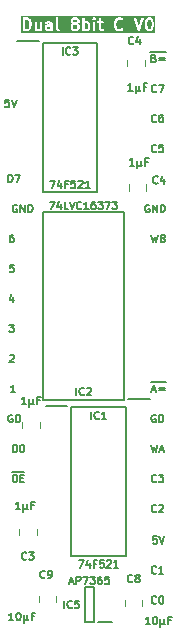
<source format=gto>
%TF.GenerationSoftware,KiCad,Pcbnew,8.0.7*%
%TF.CreationDate,2025-01-04T13:17:32+02:00*%
%TF.ProjectId,Dual Comparator 8bit,4475616c-2043-46f6-9d70-617261746f72,rev?*%
%TF.SameCoordinates,Original*%
%TF.FileFunction,Legend,Top*%
%TF.FilePolarity,Positive*%
%FSLAX46Y46*%
G04 Gerber Fmt 4.6, Leading zero omitted, Abs format (unit mm)*
G04 Created by KiCad (PCBNEW 8.0.7) date 2025-01-04 13:17:32*
%MOMM*%
%LPD*%
G01*
G04 APERTURE LIST*
%ADD10C,0.150000*%
%ADD11C,0.200000*%
%ADD12C,0.120000*%
G04 APERTURE END LIST*
D10*
X13526601Y-38325486D02*
X13496363Y-38355725D01*
X13496363Y-38355725D02*
X13405649Y-38385963D01*
X13405649Y-38385963D02*
X13345173Y-38385963D01*
X13345173Y-38385963D02*
X13254458Y-38355725D01*
X13254458Y-38355725D02*
X13193982Y-38295248D01*
X13193982Y-38295248D02*
X13163744Y-38234772D01*
X13163744Y-38234772D02*
X13133506Y-38113820D01*
X13133506Y-38113820D02*
X13133506Y-38023105D01*
X13133506Y-38023105D02*
X13163744Y-37902153D01*
X13163744Y-37902153D02*
X13193982Y-37841677D01*
X13193982Y-37841677D02*
X13254458Y-37781201D01*
X13254458Y-37781201D02*
X13345173Y-37750963D01*
X13345173Y-37750963D02*
X13405649Y-37750963D01*
X13405649Y-37750963D02*
X13496363Y-37781201D01*
X13496363Y-37781201D02*
X13526601Y-37811439D01*
X13738268Y-37750963D02*
X14131363Y-37750963D01*
X14131363Y-37750963D02*
X13919696Y-37992867D01*
X13919696Y-37992867D02*
X14010411Y-37992867D01*
X14010411Y-37992867D02*
X14070887Y-38023105D01*
X14070887Y-38023105D02*
X14101125Y-38053344D01*
X14101125Y-38053344D02*
X14131363Y-38113820D01*
X14131363Y-38113820D02*
X14131363Y-38265010D01*
X14131363Y-38265010D02*
X14101125Y-38325486D01*
X14101125Y-38325486D02*
X14070887Y-38355725D01*
X14070887Y-38355725D02*
X14010411Y-38385963D01*
X14010411Y-38385963D02*
X13828982Y-38385963D01*
X13828982Y-38385963D02*
X13768506Y-38355725D01*
X13768506Y-38355725D02*
X13738268Y-38325486D01*
X13556839Y-42957963D02*
X13254458Y-42957963D01*
X13254458Y-42957963D02*
X13224220Y-43260344D01*
X13224220Y-43260344D02*
X13254458Y-43230105D01*
X13254458Y-43230105D02*
X13314934Y-43199867D01*
X13314934Y-43199867D02*
X13466125Y-43199867D01*
X13466125Y-43199867D02*
X13526601Y-43230105D01*
X13526601Y-43230105D02*
X13556839Y-43260344D01*
X13556839Y-43260344D02*
X13587077Y-43320820D01*
X13587077Y-43320820D02*
X13587077Y-43472010D01*
X13587077Y-43472010D02*
X13556839Y-43532486D01*
X13556839Y-43532486D02*
X13526601Y-43562725D01*
X13526601Y-43562725D02*
X13466125Y-43592963D01*
X13466125Y-43592963D02*
X13314934Y-43592963D01*
X13314934Y-43592963D02*
X13254458Y-43562725D01*
X13254458Y-43562725D02*
X13224220Y-43532486D01*
X13768506Y-42957963D02*
X13980172Y-43592963D01*
X13980172Y-43592963D02*
X14191839Y-42957963D01*
X13526601Y-46072486D02*
X13496363Y-46102725D01*
X13496363Y-46102725D02*
X13405649Y-46132963D01*
X13405649Y-46132963D02*
X13345173Y-46132963D01*
X13345173Y-46132963D02*
X13254458Y-46102725D01*
X13254458Y-46102725D02*
X13193982Y-46042248D01*
X13193982Y-46042248D02*
X13163744Y-45981772D01*
X13163744Y-45981772D02*
X13133506Y-45860820D01*
X13133506Y-45860820D02*
X13133506Y-45770105D01*
X13133506Y-45770105D02*
X13163744Y-45649153D01*
X13163744Y-45649153D02*
X13193982Y-45588677D01*
X13193982Y-45588677D02*
X13254458Y-45528201D01*
X13254458Y-45528201D02*
X13345173Y-45497963D01*
X13345173Y-45497963D02*
X13405649Y-45497963D01*
X13405649Y-45497963D02*
X13496363Y-45528201D01*
X13496363Y-45528201D02*
X13526601Y-45558439D01*
X14131363Y-46132963D02*
X13768506Y-46132963D01*
X13949934Y-46132963D02*
X13949934Y-45497963D01*
X13949934Y-45497963D02*
X13889458Y-45588677D01*
X13889458Y-45588677D02*
X13828982Y-45649153D01*
X13828982Y-45649153D02*
X13768506Y-45679391D01*
X1441255Y-19970963D02*
X1138874Y-19970963D01*
X1138874Y-19970963D02*
X1108636Y-20273344D01*
X1108636Y-20273344D02*
X1138874Y-20243105D01*
X1138874Y-20243105D02*
X1199350Y-20212867D01*
X1199350Y-20212867D02*
X1350541Y-20212867D01*
X1350541Y-20212867D02*
X1411017Y-20243105D01*
X1411017Y-20243105D02*
X1441255Y-20273344D01*
X1441255Y-20273344D02*
X1471493Y-20333820D01*
X1471493Y-20333820D02*
X1471493Y-20485010D01*
X1471493Y-20485010D02*
X1441255Y-20545486D01*
X1441255Y-20545486D02*
X1411017Y-20575725D01*
X1411017Y-20575725D02*
X1350541Y-20605963D01*
X1350541Y-20605963D02*
X1199350Y-20605963D01*
X1199350Y-20605963D02*
X1138874Y-20575725D01*
X1138874Y-20575725D02*
X1108636Y-20545486D01*
X12927887Y-14921201D02*
X12867411Y-14890963D01*
X12867411Y-14890963D02*
X12776697Y-14890963D01*
X12776697Y-14890963D02*
X12685982Y-14921201D01*
X12685982Y-14921201D02*
X12625506Y-14981677D01*
X12625506Y-14981677D02*
X12595268Y-15042153D01*
X12595268Y-15042153D02*
X12565030Y-15163105D01*
X12565030Y-15163105D02*
X12565030Y-15253820D01*
X12565030Y-15253820D02*
X12595268Y-15374772D01*
X12595268Y-15374772D02*
X12625506Y-15435248D01*
X12625506Y-15435248D02*
X12685982Y-15495725D01*
X12685982Y-15495725D02*
X12776697Y-15525963D01*
X12776697Y-15525963D02*
X12837173Y-15525963D01*
X12837173Y-15525963D02*
X12927887Y-15495725D01*
X12927887Y-15495725D02*
X12958125Y-15465486D01*
X12958125Y-15465486D02*
X12958125Y-15253820D01*
X12958125Y-15253820D02*
X12837173Y-15253820D01*
X13230268Y-15525963D02*
X13230268Y-14890963D01*
X13230268Y-14890963D02*
X13593125Y-15525963D01*
X13593125Y-15525963D02*
X13593125Y-14890963D01*
X13895506Y-15525963D02*
X13895506Y-14890963D01*
X13895506Y-14890963D02*
X14046696Y-14890963D01*
X14046696Y-14890963D02*
X14137411Y-14921201D01*
X14137411Y-14921201D02*
X14197887Y-14981677D01*
X14197887Y-14981677D02*
X14228125Y-15042153D01*
X14228125Y-15042153D02*
X14258363Y-15163105D01*
X14258363Y-15163105D02*
X14258363Y-15253820D01*
X14258363Y-15253820D02*
X14228125Y-15374772D01*
X14228125Y-15374772D02*
X14197887Y-15435248D01*
X14197887Y-15435248D02*
X14137411Y-15495725D01*
X14137411Y-15495725D02*
X14046696Y-15525963D01*
X14046696Y-15525963D02*
X13895506Y-15525963D01*
X1344493Y-32701201D02*
X1284017Y-32670963D01*
X1284017Y-32670963D02*
X1193303Y-32670963D01*
X1193303Y-32670963D02*
X1102588Y-32701201D01*
X1102588Y-32701201D02*
X1042112Y-32761677D01*
X1042112Y-32761677D02*
X1011874Y-32822153D01*
X1011874Y-32822153D02*
X981636Y-32943105D01*
X981636Y-32943105D02*
X981636Y-33033820D01*
X981636Y-33033820D02*
X1011874Y-33154772D01*
X1011874Y-33154772D02*
X1042112Y-33215248D01*
X1042112Y-33215248D02*
X1102588Y-33275725D01*
X1102588Y-33275725D02*
X1193303Y-33305963D01*
X1193303Y-33305963D02*
X1253779Y-33305963D01*
X1253779Y-33305963D02*
X1344493Y-33275725D01*
X1344493Y-33275725D02*
X1374731Y-33245486D01*
X1374731Y-33245486D02*
X1374731Y-33033820D01*
X1374731Y-33033820D02*
X1253779Y-33033820D01*
X1646874Y-33305963D02*
X1646874Y-32670963D01*
X1646874Y-32670963D02*
X1798064Y-32670963D01*
X1798064Y-32670963D02*
X1888779Y-32701201D01*
X1888779Y-32701201D02*
X1949255Y-32761677D01*
X1949255Y-32761677D02*
X1979493Y-32822153D01*
X1979493Y-32822153D02*
X2009731Y-32943105D01*
X2009731Y-32943105D02*
X2009731Y-33033820D01*
X2009731Y-33033820D02*
X1979493Y-33154772D01*
X1979493Y-33154772D02*
X1949255Y-33215248D01*
X1949255Y-33215248D02*
X1888779Y-33275725D01*
X1888779Y-33275725D02*
X1798064Y-33305963D01*
X1798064Y-33305963D02*
X1646874Y-33305963D01*
X1513826Y-37750963D02*
X1574303Y-37750963D01*
X1574303Y-37750963D02*
X1634779Y-37781201D01*
X1634779Y-37781201D02*
X1665017Y-37811439D01*
X1665017Y-37811439D02*
X1695255Y-37871915D01*
X1695255Y-37871915D02*
X1725493Y-37992867D01*
X1725493Y-37992867D02*
X1725493Y-38144058D01*
X1725493Y-38144058D02*
X1695255Y-38265010D01*
X1695255Y-38265010D02*
X1665017Y-38325486D01*
X1665017Y-38325486D02*
X1634779Y-38355725D01*
X1634779Y-38355725D02*
X1574303Y-38385963D01*
X1574303Y-38385963D02*
X1513826Y-38385963D01*
X1513826Y-38385963D02*
X1453350Y-38355725D01*
X1453350Y-38355725D02*
X1423112Y-38325486D01*
X1423112Y-38325486D02*
X1392874Y-38265010D01*
X1392874Y-38265010D02*
X1362636Y-38144058D01*
X1362636Y-38144058D02*
X1362636Y-37992867D01*
X1362636Y-37992867D02*
X1392874Y-37871915D01*
X1392874Y-37871915D02*
X1423112Y-37811439D01*
X1423112Y-37811439D02*
X1453350Y-37781201D01*
X1453350Y-37781201D02*
X1513826Y-37750963D01*
X1997636Y-38053344D02*
X2209303Y-38053344D01*
X2300017Y-38385963D02*
X1997636Y-38385963D01*
X1997636Y-38385963D02*
X1997636Y-37750963D01*
X1997636Y-37750963D02*
X2300017Y-37750963D01*
X1305184Y-37574675D02*
X2357470Y-37574675D01*
X13526601Y-7845486D02*
X13496363Y-7875725D01*
X13496363Y-7875725D02*
X13405649Y-7905963D01*
X13405649Y-7905963D02*
X13345173Y-7905963D01*
X13345173Y-7905963D02*
X13254458Y-7875725D01*
X13254458Y-7875725D02*
X13193982Y-7815248D01*
X13193982Y-7815248D02*
X13163744Y-7754772D01*
X13163744Y-7754772D02*
X13133506Y-7633820D01*
X13133506Y-7633820D02*
X13133506Y-7543105D01*
X13133506Y-7543105D02*
X13163744Y-7422153D01*
X13163744Y-7422153D02*
X13193982Y-7361677D01*
X13193982Y-7361677D02*
X13254458Y-7301201D01*
X13254458Y-7301201D02*
X13345173Y-7270963D01*
X13345173Y-7270963D02*
X13405649Y-7270963D01*
X13405649Y-7270963D02*
X13496363Y-7301201D01*
X13496363Y-7301201D02*
X13526601Y-7331439D01*
X14070887Y-7270963D02*
X13949934Y-7270963D01*
X13949934Y-7270963D02*
X13889458Y-7301201D01*
X13889458Y-7301201D02*
X13859220Y-7331439D01*
X13859220Y-7331439D02*
X13798744Y-7422153D01*
X13798744Y-7422153D02*
X13768506Y-7543105D01*
X13768506Y-7543105D02*
X13768506Y-7785010D01*
X13768506Y-7785010D02*
X13798744Y-7845486D01*
X13798744Y-7845486D02*
X13828982Y-7875725D01*
X13828982Y-7875725D02*
X13889458Y-7905963D01*
X13889458Y-7905963D02*
X14010411Y-7905963D01*
X14010411Y-7905963D02*
X14070887Y-7875725D01*
X14070887Y-7875725D02*
X14101125Y-7845486D01*
X14101125Y-7845486D02*
X14131363Y-7785010D01*
X14131363Y-7785010D02*
X14131363Y-7633820D01*
X14131363Y-7633820D02*
X14101125Y-7573344D01*
X14101125Y-7573344D02*
X14070887Y-7543105D01*
X14070887Y-7543105D02*
X14010411Y-7512867D01*
X14010411Y-7512867D02*
X13889458Y-7512867D01*
X13889458Y-7512867D02*
X13828982Y-7543105D01*
X13828982Y-7543105D02*
X13798744Y-7573344D01*
X13798744Y-7573344D02*
X13768506Y-7633820D01*
X1392874Y-35845963D02*
X1392874Y-35210963D01*
X1392874Y-35210963D02*
X1544064Y-35210963D01*
X1544064Y-35210963D02*
X1634779Y-35241201D01*
X1634779Y-35241201D02*
X1695255Y-35301677D01*
X1695255Y-35301677D02*
X1725493Y-35362153D01*
X1725493Y-35362153D02*
X1755731Y-35483105D01*
X1755731Y-35483105D02*
X1755731Y-35573820D01*
X1755731Y-35573820D02*
X1725493Y-35694772D01*
X1725493Y-35694772D02*
X1695255Y-35755248D01*
X1695255Y-35755248D02*
X1634779Y-35815725D01*
X1634779Y-35815725D02*
X1544064Y-35845963D01*
X1544064Y-35845963D02*
X1392874Y-35845963D01*
X2148826Y-35210963D02*
X2209303Y-35210963D01*
X2209303Y-35210963D02*
X2269779Y-35241201D01*
X2269779Y-35241201D02*
X2300017Y-35271439D01*
X2300017Y-35271439D02*
X2330255Y-35331915D01*
X2330255Y-35331915D02*
X2360493Y-35452867D01*
X2360493Y-35452867D02*
X2360493Y-35604058D01*
X2360493Y-35604058D02*
X2330255Y-35725010D01*
X2330255Y-35725010D02*
X2300017Y-35785486D01*
X2300017Y-35785486D02*
X2269779Y-35815725D01*
X2269779Y-35815725D02*
X2209303Y-35845963D01*
X2209303Y-35845963D02*
X2148826Y-35845963D01*
X2148826Y-35845963D02*
X2088350Y-35815725D01*
X2088350Y-35815725D02*
X2058112Y-35785486D01*
X2058112Y-35785486D02*
X2027874Y-35725010D01*
X2027874Y-35725010D02*
X1997636Y-35604058D01*
X1997636Y-35604058D02*
X1997636Y-35452867D01*
X1997636Y-35452867D02*
X2027874Y-35331915D01*
X2027874Y-35331915D02*
X2058112Y-35271439D01*
X2058112Y-35271439D02*
X2088350Y-35241201D01*
X2088350Y-35241201D02*
X2148826Y-35210963D01*
X1411017Y-22722629D02*
X1411017Y-23145963D01*
X1259826Y-22480725D02*
X1108636Y-22934296D01*
X1108636Y-22934296D02*
X1501731Y-22934296D01*
X1411017Y-17430963D02*
X1290064Y-17430963D01*
X1290064Y-17430963D02*
X1229588Y-17461201D01*
X1229588Y-17461201D02*
X1199350Y-17491439D01*
X1199350Y-17491439D02*
X1138874Y-17582153D01*
X1138874Y-17582153D02*
X1108636Y-17703105D01*
X1108636Y-17703105D02*
X1108636Y-17945010D01*
X1108636Y-17945010D02*
X1138874Y-18005486D01*
X1138874Y-18005486D02*
X1169112Y-18035725D01*
X1169112Y-18035725D02*
X1229588Y-18065963D01*
X1229588Y-18065963D02*
X1350541Y-18065963D01*
X1350541Y-18065963D02*
X1411017Y-18035725D01*
X1411017Y-18035725D02*
X1441255Y-18005486D01*
X1441255Y-18005486D02*
X1471493Y-17945010D01*
X1471493Y-17945010D02*
X1471493Y-17793820D01*
X1471493Y-17793820D02*
X1441255Y-17733344D01*
X1441255Y-17733344D02*
X1411017Y-17703105D01*
X1411017Y-17703105D02*
X1350541Y-17672867D01*
X1350541Y-17672867D02*
X1229588Y-17672867D01*
X1229588Y-17672867D02*
X1169112Y-17703105D01*
X1169112Y-17703105D02*
X1138874Y-17733344D01*
X1138874Y-17733344D02*
X1108636Y-17793820D01*
X1011874Y-12985963D02*
X1011874Y-12350963D01*
X1011874Y-12350963D02*
X1163064Y-12350963D01*
X1163064Y-12350963D02*
X1253779Y-12381201D01*
X1253779Y-12381201D02*
X1314255Y-12441677D01*
X1314255Y-12441677D02*
X1344493Y-12502153D01*
X1344493Y-12502153D02*
X1374731Y-12623105D01*
X1374731Y-12623105D02*
X1374731Y-12713820D01*
X1374731Y-12713820D02*
X1344493Y-12834772D01*
X1344493Y-12834772D02*
X1314255Y-12895248D01*
X1314255Y-12895248D02*
X1253779Y-12955725D01*
X1253779Y-12955725D02*
X1163064Y-12985963D01*
X1163064Y-12985963D02*
X1011874Y-12985963D01*
X1586398Y-12350963D02*
X2009731Y-12350963D01*
X2009731Y-12350963D02*
X1737588Y-12985963D01*
X13526601Y-5305486D02*
X13496363Y-5335725D01*
X13496363Y-5335725D02*
X13405649Y-5365963D01*
X13405649Y-5365963D02*
X13345173Y-5365963D01*
X13345173Y-5365963D02*
X13254458Y-5335725D01*
X13254458Y-5335725D02*
X13193982Y-5275248D01*
X13193982Y-5275248D02*
X13163744Y-5214772D01*
X13163744Y-5214772D02*
X13133506Y-5093820D01*
X13133506Y-5093820D02*
X13133506Y-5003105D01*
X13133506Y-5003105D02*
X13163744Y-4882153D01*
X13163744Y-4882153D02*
X13193982Y-4821677D01*
X13193982Y-4821677D02*
X13254458Y-4761201D01*
X13254458Y-4761201D02*
X13345173Y-4730963D01*
X13345173Y-4730963D02*
X13405649Y-4730963D01*
X13405649Y-4730963D02*
X13496363Y-4761201D01*
X13496363Y-4761201D02*
X13526601Y-4791439D01*
X13738268Y-4730963D02*
X14161601Y-4730963D01*
X14161601Y-4730963D02*
X13889458Y-5365963D01*
X1598493Y-30765963D02*
X1235636Y-30765963D01*
X1417064Y-30765963D02*
X1417064Y-30130963D01*
X1417064Y-30130963D02*
X1356588Y-30221677D01*
X1356588Y-30221677D02*
X1296112Y-30282153D01*
X1296112Y-30282153D02*
X1235636Y-30312391D01*
X13526601Y-10385486D02*
X13496363Y-10415725D01*
X13496363Y-10415725D02*
X13405649Y-10445963D01*
X13405649Y-10445963D02*
X13345173Y-10445963D01*
X13345173Y-10445963D02*
X13254458Y-10415725D01*
X13254458Y-10415725D02*
X13193982Y-10355248D01*
X13193982Y-10355248D02*
X13163744Y-10294772D01*
X13163744Y-10294772D02*
X13133506Y-10173820D01*
X13133506Y-10173820D02*
X13133506Y-10083105D01*
X13133506Y-10083105D02*
X13163744Y-9962153D01*
X13163744Y-9962153D02*
X13193982Y-9901677D01*
X13193982Y-9901677D02*
X13254458Y-9841201D01*
X13254458Y-9841201D02*
X13345173Y-9810963D01*
X13345173Y-9810963D02*
X13405649Y-9810963D01*
X13405649Y-9810963D02*
X13496363Y-9841201D01*
X13496363Y-9841201D02*
X13526601Y-9871439D01*
X14101125Y-9810963D02*
X13798744Y-9810963D01*
X13798744Y-9810963D02*
X13768506Y-10113344D01*
X13768506Y-10113344D02*
X13798744Y-10083105D01*
X13798744Y-10083105D02*
X13859220Y-10052867D01*
X13859220Y-10052867D02*
X14010411Y-10052867D01*
X14010411Y-10052867D02*
X14070887Y-10083105D01*
X14070887Y-10083105D02*
X14101125Y-10113344D01*
X14101125Y-10113344D02*
X14131363Y-10173820D01*
X14131363Y-10173820D02*
X14131363Y-10325010D01*
X14131363Y-10325010D02*
X14101125Y-10385486D01*
X14101125Y-10385486D02*
X14070887Y-10415725D01*
X14070887Y-10415725D02*
X14010411Y-10445963D01*
X14010411Y-10445963D02*
X13859220Y-10445963D01*
X13859220Y-10445963D02*
X13798744Y-10415725D01*
X13798744Y-10415725D02*
X13768506Y-10385486D01*
X13320983Y-2493344D02*
X13411697Y-2523582D01*
X13411697Y-2523582D02*
X13441935Y-2553820D01*
X13441935Y-2553820D02*
X13472173Y-2614296D01*
X13472173Y-2614296D02*
X13472173Y-2705010D01*
X13472173Y-2705010D02*
X13441935Y-2765486D01*
X13441935Y-2765486D02*
X13411697Y-2795725D01*
X13411697Y-2795725D02*
X13351221Y-2825963D01*
X13351221Y-2825963D02*
X13109316Y-2825963D01*
X13109316Y-2825963D02*
X13109316Y-2190963D01*
X13109316Y-2190963D02*
X13320983Y-2190963D01*
X13320983Y-2190963D02*
X13381459Y-2221201D01*
X13381459Y-2221201D02*
X13411697Y-2251439D01*
X13411697Y-2251439D02*
X13441935Y-2311915D01*
X13441935Y-2311915D02*
X13441935Y-2372391D01*
X13441935Y-2372391D02*
X13411697Y-2432867D01*
X13411697Y-2432867D02*
X13381459Y-2463105D01*
X13381459Y-2463105D02*
X13320983Y-2493344D01*
X13320983Y-2493344D02*
X13109316Y-2493344D01*
X13744316Y-2493344D02*
X14228126Y-2493344D01*
X14228126Y-2674772D02*
X13744316Y-2674772D01*
X13021626Y-2014675D02*
X14315816Y-2014675D01*
X13526601Y-48612486D02*
X13496363Y-48642725D01*
X13496363Y-48642725D02*
X13405649Y-48672963D01*
X13405649Y-48672963D02*
X13345173Y-48672963D01*
X13345173Y-48672963D02*
X13254458Y-48642725D01*
X13254458Y-48642725D02*
X13193982Y-48582248D01*
X13193982Y-48582248D02*
X13163744Y-48521772D01*
X13163744Y-48521772D02*
X13133506Y-48400820D01*
X13133506Y-48400820D02*
X13133506Y-48310105D01*
X13133506Y-48310105D02*
X13163744Y-48189153D01*
X13163744Y-48189153D02*
X13193982Y-48128677D01*
X13193982Y-48128677D02*
X13254458Y-48068201D01*
X13254458Y-48068201D02*
X13345173Y-48037963D01*
X13345173Y-48037963D02*
X13405649Y-48037963D01*
X13405649Y-48037963D02*
X13496363Y-48068201D01*
X13496363Y-48068201D02*
X13526601Y-48098439D01*
X13919696Y-48037963D02*
X13980173Y-48037963D01*
X13980173Y-48037963D02*
X14040649Y-48068201D01*
X14040649Y-48068201D02*
X14070887Y-48098439D01*
X14070887Y-48098439D02*
X14101125Y-48158915D01*
X14101125Y-48158915D02*
X14131363Y-48279867D01*
X14131363Y-48279867D02*
X14131363Y-48431058D01*
X14131363Y-48431058D02*
X14101125Y-48552010D01*
X14101125Y-48552010D02*
X14070887Y-48612486D01*
X14070887Y-48612486D02*
X14040649Y-48642725D01*
X14040649Y-48642725D02*
X13980173Y-48672963D01*
X13980173Y-48672963D02*
X13919696Y-48672963D01*
X13919696Y-48672963D02*
X13859220Y-48642725D01*
X13859220Y-48642725D02*
X13828982Y-48612486D01*
X13828982Y-48612486D02*
X13798744Y-48552010D01*
X13798744Y-48552010D02*
X13768506Y-48431058D01*
X13768506Y-48431058D02*
X13768506Y-48279867D01*
X13768506Y-48279867D02*
X13798744Y-48158915D01*
X13798744Y-48158915D02*
X13828982Y-48098439D01*
X13828982Y-48098439D02*
X13859220Y-48068201D01*
X13859220Y-48068201D02*
X13919696Y-48037963D01*
X13169792Y-30584534D02*
X13472173Y-30584534D01*
X13109316Y-30765963D02*
X13320982Y-30130963D01*
X13320982Y-30130963D02*
X13532649Y-30765963D01*
X13744316Y-30433344D02*
X14228126Y-30433344D01*
X14228126Y-30614772D02*
X13744316Y-30614772D01*
X13112340Y-29954675D02*
X14315816Y-29954675D01*
X13073030Y-35210963D02*
X13224220Y-35845963D01*
X13224220Y-35845963D02*
X13345173Y-35392391D01*
X13345173Y-35392391D02*
X13466125Y-35845963D01*
X13466125Y-35845963D02*
X13617316Y-35210963D01*
X13828982Y-35664534D02*
X14131363Y-35664534D01*
X13768506Y-35845963D02*
X13980172Y-35210963D01*
X13980172Y-35210963D02*
X14191839Y-35845963D01*
X1078398Y-25050963D02*
X1471493Y-25050963D01*
X1471493Y-25050963D02*
X1259826Y-25292867D01*
X1259826Y-25292867D02*
X1350541Y-25292867D01*
X1350541Y-25292867D02*
X1411017Y-25323105D01*
X1411017Y-25323105D02*
X1441255Y-25353344D01*
X1441255Y-25353344D02*
X1471493Y-25413820D01*
X1471493Y-25413820D02*
X1471493Y-25565010D01*
X1471493Y-25565010D02*
X1441255Y-25625486D01*
X1441255Y-25625486D02*
X1411017Y-25655725D01*
X1411017Y-25655725D02*
X1350541Y-25685963D01*
X1350541Y-25685963D02*
X1169112Y-25685963D01*
X1169112Y-25685963D02*
X1108636Y-25655725D01*
X1108636Y-25655725D02*
X1078398Y-25625486D01*
X13653601Y-13052486D02*
X13623363Y-13082725D01*
X13623363Y-13082725D02*
X13532649Y-13112963D01*
X13532649Y-13112963D02*
X13472173Y-13112963D01*
X13472173Y-13112963D02*
X13381458Y-13082725D01*
X13381458Y-13082725D02*
X13320982Y-13022248D01*
X13320982Y-13022248D02*
X13290744Y-12961772D01*
X13290744Y-12961772D02*
X13260506Y-12840820D01*
X13260506Y-12840820D02*
X13260506Y-12750105D01*
X13260506Y-12750105D02*
X13290744Y-12629153D01*
X13290744Y-12629153D02*
X13320982Y-12568677D01*
X13320982Y-12568677D02*
X13381458Y-12508201D01*
X13381458Y-12508201D02*
X13472173Y-12477963D01*
X13472173Y-12477963D02*
X13532649Y-12477963D01*
X13532649Y-12477963D02*
X13623363Y-12508201D01*
X13623363Y-12508201D02*
X13653601Y-12538439D01*
X14197887Y-12689629D02*
X14197887Y-13112963D01*
X14046696Y-12447725D02*
X13895506Y-12901296D01*
X13895506Y-12901296D02*
X14288601Y-12901296D01*
X13109316Y-17430963D02*
X13260506Y-18065963D01*
X13260506Y-18065963D02*
X13381459Y-17612391D01*
X13381459Y-17612391D02*
X13502411Y-18065963D01*
X13502411Y-18065963D02*
X13653602Y-17430963D01*
X14107173Y-17733344D02*
X14197887Y-17763582D01*
X14197887Y-17763582D02*
X14228125Y-17793820D01*
X14228125Y-17793820D02*
X14258363Y-17854296D01*
X14258363Y-17854296D02*
X14258363Y-17945010D01*
X14258363Y-17945010D02*
X14228125Y-18005486D01*
X14228125Y-18005486D02*
X14197887Y-18035725D01*
X14197887Y-18035725D02*
X14137411Y-18065963D01*
X14137411Y-18065963D02*
X13895506Y-18065963D01*
X13895506Y-18065963D02*
X13895506Y-17430963D01*
X13895506Y-17430963D02*
X14107173Y-17430963D01*
X14107173Y-17430963D02*
X14167649Y-17461201D01*
X14167649Y-17461201D02*
X14197887Y-17491439D01*
X14197887Y-17491439D02*
X14228125Y-17551915D01*
X14228125Y-17551915D02*
X14228125Y-17612391D01*
X14228125Y-17612391D02*
X14197887Y-17672867D01*
X14197887Y-17672867D02*
X14167649Y-17703105D01*
X14167649Y-17703105D02*
X14107173Y-17733344D01*
X14107173Y-17733344D02*
X13895506Y-17733344D01*
D11*
G36*
X2645360Y743758D02*
G01*
X2712433Y676686D01*
X2747885Y605780D01*
X2789856Y437899D01*
X2789856Y319661D01*
X2747885Y151780D01*
X2712433Y80875D01*
X2645360Y13802D01*
X2540296Y-21219D01*
X2418428Y-21219D01*
X2418428Y778780D01*
X2540296Y778780D01*
X2645360Y743758D01*
G37*
G36*
X4551761Y-11796D02*
G01*
X4532916Y-21219D01*
X4342035Y-21219D01*
X4297726Y935D01*
X4275571Y45245D01*
X4275571Y93268D01*
X4297726Y137578D01*
X4342035Y159733D01*
X4551761Y159733D01*
X4551761Y-11796D01*
G37*
G36*
X6783002Y320403D02*
G01*
X6807671Y295735D01*
X6837476Y236126D01*
X6837476Y92864D01*
X6807670Y33255D01*
X6783002Y8586D01*
X6723393Y-21219D01*
X6580131Y-21219D01*
X6520521Y8585D01*
X6495852Y33255D01*
X6466048Y92864D01*
X6466048Y236125D01*
X6495853Y295735D01*
X6520521Y320404D01*
X6580131Y350209D01*
X6723393Y350209D01*
X6783002Y320403D01*
G37*
G36*
X6783002Y748974D02*
G01*
X6807671Y724306D01*
X6837476Y664697D01*
X6837476Y664292D01*
X6807671Y604682D01*
X6783002Y580014D01*
X6723393Y550209D01*
X6580131Y550209D01*
X6520521Y580013D01*
X6495853Y604682D01*
X6466048Y664292D01*
X6466048Y664696D01*
X6495853Y724306D01*
X6520521Y748975D01*
X6580131Y778780D01*
X6723393Y778780D01*
X6783002Y748974D01*
G37*
G36*
X7687764Y415641D02*
G01*
X7712433Y390973D01*
X7742238Y331364D01*
X7742238Y92864D01*
X7712432Y33255D01*
X7687764Y8586D01*
X7628155Y-21219D01*
X7484893Y-21219D01*
X7466048Y-11796D01*
X7466048Y436024D01*
X7484893Y445447D01*
X7628155Y445447D01*
X7687764Y415641D01*
G37*
G36*
X13021098Y748974D02*
G01*
X13045767Y724306D01*
X13081220Y653399D01*
X13123191Y485518D01*
X13123191Y272042D01*
X13081220Y104161D01*
X13045766Y33255D01*
X13021098Y8586D01*
X12961489Y-21219D01*
X12913465Y-21219D01*
X12853855Y8585D01*
X12829186Y33255D01*
X12793733Y104162D01*
X12751763Y272043D01*
X12751763Y485518D01*
X12793733Y653399D01*
X12829187Y724306D01*
X12853855Y748975D01*
X12913465Y778780D01*
X12961489Y778780D01*
X13021098Y748974D01*
G37*
G36*
X13434302Y-332330D02*
G01*
X2107317Y-332330D01*
X2107317Y878780D01*
X2218428Y878780D01*
X2218428Y-121219D01*
X2220349Y-140728D01*
X2235281Y-176776D01*
X2262871Y-204366D01*
X2298919Y-219298D01*
X2318428Y-221219D01*
X2556523Y-221219D01*
X2566396Y-220246D01*
X2569030Y-220434D01*
X2572493Y-219646D01*
X2576032Y-219298D01*
X2578474Y-218286D01*
X2588146Y-216087D01*
X2731002Y-168468D01*
X2748903Y-160477D01*
X2751618Y-158121D01*
X2754937Y-156747D01*
X2770091Y-144311D01*
X2865329Y-49073D01*
X2871620Y-41406D01*
X2873618Y-39674D01*
X2875513Y-36662D01*
X2877765Y-33919D01*
X2878774Y-31481D01*
X2884061Y-23083D01*
X2931680Y72154D01*
X2932226Y73582D01*
X2932656Y74162D01*
X2935577Y82338D01*
X2938686Y90463D01*
X2938737Y91183D01*
X2939251Y92622D01*
X2986870Y283098D01*
X2987370Y286479D01*
X2987935Y287843D01*
X2988658Y295193D01*
X2989738Y302491D01*
X2989520Y303949D01*
X2989856Y307352D01*
X2989856Y450209D01*
X2989520Y453611D01*
X2989738Y455070D01*
X2988658Y462367D01*
X2987935Y469718D01*
X2987370Y471081D01*
X2986870Y474463D01*
X2969124Y545447D01*
X3218428Y545447D01*
X3218428Y21638D01*
X3220349Y2129D01*
X3221724Y-1191D01*
X3221979Y-4775D01*
X3228985Y-23083D01*
X3276604Y-118321D01*
X3278657Y-121584D01*
X3279171Y-123123D01*
X3280833Y-125039D01*
X3287047Y-134911D01*
X3296517Y-143124D01*
X3304735Y-152600D01*
X3314608Y-158814D01*
X3316524Y-160476D01*
X3318062Y-160988D01*
X3321326Y-163043D01*
X3416563Y-210662D01*
X3434872Y-217668D01*
X3438455Y-217922D01*
X3441776Y-219298D01*
X3461285Y-221219D01*
X3604142Y-221219D01*
X3623651Y-219298D01*
X3626971Y-217922D01*
X3630555Y-217668D01*
X3648863Y-210662D01*
X3681446Y-194370D01*
X3691442Y-204366D01*
X3727490Y-219298D01*
X3766508Y-219298D01*
X3802556Y-204366D01*
X3830146Y-176776D01*
X3845078Y-140728D01*
X3846999Y-121219D01*
X3846999Y116876D01*
X4075571Y116876D01*
X4075571Y21638D01*
X4077492Y2129D01*
X4078867Y-1191D01*
X4079122Y-4775D01*
X4086128Y-23083D01*
X4133747Y-118321D01*
X4135800Y-121584D01*
X4136314Y-123123D01*
X4137976Y-125039D01*
X4144190Y-134911D01*
X4153660Y-143124D01*
X4161878Y-152600D01*
X4171751Y-158814D01*
X4173667Y-160476D01*
X4175205Y-160988D01*
X4178469Y-163043D01*
X4273706Y-210662D01*
X4292015Y-217668D01*
X4295598Y-217922D01*
X4298919Y-219298D01*
X4318428Y-221219D01*
X4556523Y-221219D01*
X4576032Y-219298D01*
X4579352Y-217922D01*
X4582936Y-217668D01*
X4601244Y-210662D01*
X4605847Y-208360D01*
X4632252Y-219298D01*
X4671270Y-219298D01*
X4707318Y-204366D01*
X4734908Y-176776D01*
X4749840Y-140728D01*
X4751761Y-121219D01*
X4751761Y402590D01*
X4749840Y422099D01*
X4748464Y425419D01*
X4748210Y429003D01*
X4741204Y447312D01*
X4693585Y542549D01*
X4691530Y545812D01*
X4691018Y547351D01*
X4689356Y549266D01*
X4683142Y559140D01*
X4673666Y567357D01*
X4665453Y576828D01*
X4655581Y583041D01*
X4653665Y584704D01*
X4652126Y585217D01*
X4648863Y587271D01*
X4553625Y634890D01*
X4535317Y641896D01*
X4531733Y642150D01*
X4528413Y643526D01*
X4508904Y645447D01*
X4318428Y645447D01*
X4298919Y643526D01*
X4295598Y642150D01*
X4292015Y641896D01*
X4273706Y634890D01*
X4178469Y587271D01*
X4161878Y576828D01*
X4136314Y547351D01*
X4123975Y510335D01*
X4126741Y471415D01*
X4144190Y436516D01*
X4173667Y410952D01*
X4210683Y398613D01*
X4249603Y401379D01*
X4267911Y408385D01*
X4342035Y445447D01*
X4485297Y445447D01*
X4529606Y423291D01*
X4551761Y378983D01*
X4551761Y369155D01*
X4532916Y359733D01*
X4318428Y359733D01*
X4298919Y357812D01*
X4295598Y356436D01*
X4292015Y356182D01*
X4273706Y349176D01*
X4178469Y301557D01*
X4175205Y299502D01*
X4173667Y298990D01*
X4171751Y297328D01*
X4161878Y291114D01*
X4153660Y281638D01*
X4144190Y273425D01*
X4137976Y263553D01*
X4136314Y261637D01*
X4135800Y260098D01*
X4133747Y256835D01*
X4086128Y161597D01*
X4079122Y143289D01*
X4078867Y139705D01*
X4077492Y136385D01*
X4075571Y116876D01*
X3846999Y116876D01*
X3846999Y545447D01*
X3845078Y564956D01*
X3830146Y601004D01*
X3802556Y628594D01*
X3766508Y643526D01*
X3727490Y643526D01*
X3691442Y628594D01*
X3663852Y601004D01*
X3648920Y564956D01*
X3646999Y545447D01*
X3646999Y15440D01*
X3640144Y8586D01*
X3580535Y-21219D01*
X3484892Y-21219D01*
X3440583Y935D01*
X3418428Y45245D01*
X3418428Y545447D01*
X3416507Y564956D01*
X3401575Y601004D01*
X3373985Y628594D01*
X3337937Y643526D01*
X3298919Y643526D01*
X3262871Y628594D01*
X3235281Y601004D01*
X3220349Y564956D01*
X3218428Y545447D01*
X2969124Y545447D01*
X2939251Y664939D01*
X2938737Y666377D01*
X2938686Y667098D01*
X2935577Y675222D01*
X2932656Y683399D01*
X2932226Y683978D01*
X2931680Y685407D01*
X2884061Y780644D01*
X2878774Y789042D01*
X2877765Y791480D01*
X2875513Y794223D01*
X2873618Y797235D01*
X2871620Y798967D01*
X2865329Y806634D01*
X2793183Y878780D01*
X5027952Y878780D01*
X5027952Y21638D01*
X5029873Y2129D01*
X5031248Y-1191D01*
X5031503Y-4775D01*
X5038509Y-23083D01*
X5086128Y-118321D01*
X5088181Y-121584D01*
X5088695Y-123123D01*
X5090357Y-125039D01*
X5096571Y-134911D01*
X5106041Y-143124D01*
X5114259Y-152600D01*
X5124132Y-158814D01*
X5126048Y-160476D01*
X5127586Y-160988D01*
X5130850Y-163043D01*
X5226087Y-210662D01*
X5244396Y-217668D01*
X5283316Y-220434D01*
X5320332Y-208095D01*
X5349809Y-182530D01*
X5367258Y-147632D01*
X5370023Y-108712D01*
X5357685Y-71696D01*
X5332120Y-42219D01*
X5315530Y-31776D01*
X5250107Y935D01*
X5227952Y45245D01*
X5227952Y688304D01*
X6266048Y688304D01*
X6266048Y640685D01*
X6267969Y621176D01*
X6269344Y617855D01*
X6269599Y614272D01*
X6276605Y595964D01*
X6324224Y500726D01*
X6329509Y492329D01*
X6330520Y489890D01*
X6332773Y487143D01*
X6334667Y484136D01*
X6336661Y482406D01*
X6342956Y474736D01*
X6367483Y450209D01*
X6342956Y425682D01*
X6336661Y418011D01*
X6334667Y416282D01*
X6332773Y413274D01*
X6330520Y410528D01*
X6329509Y408088D01*
X6324224Y399692D01*
X6276605Y304454D01*
X6269599Y286146D01*
X6269344Y282562D01*
X6267969Y279242D01*
X6266048Y259733D01*
X6266048Y69257D01*
X6267969Y49748D01*
X6269344Y46427D01*
X6269599Y42844D01*
X6276605Y24535D01*
X6324224Y-70701D01*
X6329507Y-79095D01*
X6330519Y-81537D01*
X6332773Y-84284D01*
X6334667Y-87292D01*
X6336663Y-89023D01*
X6342956Y-96690D01*
X6390574Y-144310D01*
X6398242Y-150603D01*
X6399974Y-152600D01*
X6402982Y-154493D01*
X6405728Y-156747D01*
X6408168Y-157757D01*
X6416565Y-163043D01*
X6511802Y-210662D01*
X6530111Y-217668D01*
X6533694Y-217922D01*
X6537015Y-219298D01*
X6556524Y-221219D01*
X6747000Y-221219D01*
X6766509Y-219298D01*
X6769829Y-217922D01*
X6773413Y-217668D01*
X6791721Y-210662D01*
X6886959Y-163043D01*
X6895354Y-157758D01*
X6897796Y-156747D01*
X6900543Y-154491D01*
X6903549Y-152600D01*
X6905279Y-150605D01*
X6912949Y-144310D01*
X6960568Y-96690D01*
X6966860Y-89023D01*
X6968857Y-87292D01*
X6970750Y-84283D01*
X6973005Y-81537D01*
X6974015Y-79096D01*
X6979300Y-70702D01*
X7026918Y24535D01*
X7033925Y42843D01*
X7034179Y46428D01*
X7035555Y49748D01*
X7037476Y69257D01*
X7037476Y259733D01*
X7035555Y279242D01*
X7034179Y282562D01*
X7033925Y286146D01*
X7026919Y304455D01*
X6979300Y399692D01*
X6974014Y408088D01*
X6973004Y410529D01*
X6970750Y413274D01*
X6968857Y416283D01*
X6966859Y418015D01*
X6960567Y425682D01*
X6936040Y450209D01*
X6960567Y474736D01*
X6966859Y482402D01*
X6968857Y484135D01*
X6970750Y487143D01*
X6973004Y489889D01*
X6974014Y492329D01*
X6979300Y500726D01*
X7026919Y595963D01*
X7033925Y614272D01*
X7034179Y617855D01*
X7035555Y621176D01*
X7037476Y640685D01*
X7037476Y688304D01*
X7035555Y707813D01*
X7034179Y711133D01*
X7033925Y714717D01*
X7026919Y733026D01*
X6979300Y828263D01*
X6974014Y836659D01*
X6973004Y839100D01*
X6970750Y841845D01*
X6968857Y844854D01*
X6966859Y846586D01*
X6960567Y854253D01*
X6936041Y878780D01*
X7266048Y878780D01*
X7266048Y-121219D01*
X7267969Y-140728D01*
X7282901Y-176776D01*
X7310491Y-204366D01*
X7346539Y-219298D01*
X7385557Y-219298D01*
X7411961Y-208360D01*
X7416564Y-210662D01*
X7434873Y-217668D01*
X7438456Y-217922D01*
X7441777Y-219298D01*
X7461286Y-221219D01*
X7651762Y-221219D01*
X7671271Y-219298D01*
X7674591Y-217922D01*
X7678175Y-217668D01*
X7696483Y-210662D01*
X7791721Y-163043D01*
X7800116Y-157758D01*
X7802558Y-156747D01*
X7805305Y-154491D01*
X7808311Y-152600D01*
X7810041Y-150605D01*
X7817711Y-144310D01*
X7865330Y-96690D01*
X7871622Y-89023D01*
X7873619Y-87292D01*
X7875512Y-84283D01*
X7877767Y-81537D01*
X7878777Y-79096D01*
X7884062Y-70702D01*
X7931680Y24535D01*
X7938687Y42843D01*
X7938941Y46428D01*
X7940317Y49748D01*
X7942238Y69257D01*
X7942238Y354971D01*
X7940317Y374480D01*
X7938941Y377800D01*
X7938687Y381384D01*
X7931681Y399693D01*
X7884062Y494930D01*
X7878776Y503326D01*
X7877766Y505767D01*
X7875512Y508512D01*
X7873619Y511521D01*
X7871621Y513253D01*
X7865329Y520920D01*
X7840803Y545447D01*
X8170810Y545447D01*
X8170810Y-121219D01*
X8172731Y-140728D01*
X8187663Y-176776D01*
X8215253Y-204366D01*
X8251301Y-219298D01*
X8290319Y-219298D01*
X8326367Y-204366D01*
X8353957Y-176776D01*
X8368889Y-140728D01*
X8370810Y-121219D01*
X8370810Y545447D01*
X8368889Y564956D01*
X8506064Y564956D01*
X8506064Y525938D01*
X8520996Y489890D01*
X8548586Y462300D01*
X8584634Y447368D01*
X8604143Y445447D01*
X8647000Y445447D01*
X8647000Y21638D01*
X8648921Y2129D01*
X8650296Y-1191D01*
X8650551Y-4775D01*
X8657557Y-23083D01*
X8705176Y-118321D01*
X8707229Y-121584D01*
X8707743Y-123123D01*
X8709405Y-125039D01*
X8715619Y-134911D01*
X8725089Y-143124D01*
X8733307Y-152600D01*
X8743180Y-158814D01*
X8745096Y-160476D01*
X8746634Y-160988D01*
X8749898Y-163043D01*
X8845135Y-210662D01*
X8863444Y-217668D01*
X8867027Y-217922D01*
X8870348Y-219298D01*
X8889857Y-221219D01*
X8985095Y-221219D01*
X9004604Y-219298D01*
X9040652Y-204366D01*
X9068242Y-176776D01*
X9083174Y-140728D01*
X9083174Y-101710D01*
X9068242Y-65662D01*
X9040652Y-38072D01*
X9004604Y-23140D01*
X8985095Y-21219D01*
X8913464Y-21219D01*
X8869155Y935D01*
X8847000Y45245D01*
X8847000Y445447D01*
X8985095Y445447D01*
X9004604Y447368D01*
X9011463Y450209D01*
X9932715Y450209D01*
X9932715Y307352D01*
X9933050Y303949D01*
X9932833Y302491D01*
X9933912Y295193D01*
X9934636Y287843D01*
X9935200Y286479D01*
X9935701Y283098D01*
X9983320Y92623D01*
X9983833Y91185D01*
X9983885Y90463D01*
X9986993Y82338D01*
X9989915Y74162D01*
X9990345Y73581D01*
X9990891Y72155D01*
X10038510Y-23083D01*
X10043795Y-31479D01*
X10044806Y-33919D01*
X10047059Y-36665D01*
X10048953Y-39673D01*
X10050947Y-41402D01*
X10057242Y-49073D01*
X10152480Y-144311D01*
X10167634Y-156747D01*
X10170952Y-158121D01*
X10173668Y-160477D01*
X10191568Y-168468D01*
X10334425Y-216087D01*
X10344097Y-218286D01*
X10346539Y-219298D01*
X10350076Y-219646D01*
X10353540Y-220434D01*
X10356174Y-220246D01*
X10366048Y-221219D01*
X10461286Y-221219D01*
X10471159Y-220246D01*
X10473793Y-220434D01*
X10477256Y-219646D01*
X10480795Y-219298D01*
X10483237Y-218286D01*
X10492909Y-216087D01*
X10635765Y-168468D01*
X10653666Y-160477D01*
X10656381Y-158122D01*
X10659701Y-156747D01*
X10674854Y-144310D01*
X10722473Y-96690D01*
X10734910Y-81537D01*
X10749841Y-45488D01*
X10749840Y-6470D01*
X10734909Y29578D01*
X10707318Y57168D01*
X10671270Y72099D01*
X10632252Y72098D01*
X10596204Y57167D01*
X10581050Y44730D01*
X10550123Y13802D01*
X10445059Y-21219D01*
X10382274Y-21219D01*
X10277210Y13802D01*
X10210138Y80874D01*
X10174685Y151780D01*
X10132715Y319662D01*
X10132715Y437899D01*
X10174685Y605780D01*
X10210138Y676686D01*
X10277210Y743758D01*
X10382274Y778780D01*
X10445059Y778780D01*
X10550124Y743758D01*
X10581051Y712832D01*
X10596204Y700395D01*
X10632253Y685464D01*
X10671271Y685464D01*
X10707319Y700395D01*
X10734909Y727985D01*
X10749840Y764033D01*
X10749840Y803051D01*
X10734909Y839100D01*
X10722472Y854253D01*
X10710452Y866273D01*
X11600167Y866273D01*
X11604514Y847157D01*
X11937847Y-152841D01*
X11945838Y-170742D01*
X11950521Y-176141D01*
X11953716Y-182531D01*
X11963187Y-190746D01*
X11971403Y-200218D01*
X11977791Y-203412D01*
X11983192Y-208096D01*
X11995093Y-212063D01*
X12006302Y-217667D01*
X12013426Y-218173D01*
X12020208Y-220434D01*
X12032717Y-219544D01*
X12045222Y-220434D01*
X12052000Y-218174D01*
X12059128Y-217668D01*
X12070344Y-212059D01*
X12082238Y-208095D01*
X12087635Y-203414D01*
X12094027Y-200218D01*
X12102245Y-190742D01*
X12111714Y-182530D01*
X12114907Y-176143D01*
X12119592Y-170742D01*
X12127583Y-152842D01*
X12344473Y497828D01*
X12551763Y497828D01*
X12551763Y259733D01*
X12552098Y256330D01*
X12551881Y254872D01*
X12552960Y247574D01*
X12553684Y240224D01*
X12554248Y238860D01*
X12554749Y235479D01*
X12602368Y45004D01*
X12602881Y43566D01*
X12602933Y42844D01*
X12606044Y34713D01*
X12608963Y26543D01*
X12609392Y25963D01*
X12609939Y24535D01*
X12657558Y-70701D01*
X12662841Y-79095D01*
X12663853Y-81537D01*
X12666107Y-84284D01*
X12668001Y-87292D01*
X12669997Y-89023D01*
X12676290Y-96690D01*
X12723908Y-144310D01*
X12731576Y-150603D01*
X12733308Y-152600D01*
X12736316Y-154493D01*
X12739062Y-156747D01*
X12741502Y-157757D01*
X12749899Y-163043D01*
X12845136Y-210662D01*
X12863445Y-217668D01*
X12867028Y-217922D01*
X12870349Y-219298D01*
X12889858Y-221219D01*
X12985096Y-221219D01*
X13004605Y-219298D01*
X13007925Y-217922D01*
X13011509Y-217668D01*
X13029817Y-210662D01*
X13125055Y-163043D01*
X13133450Y-157758D01*
X13135892Y-156747D01*
X13138639Y-154491D01*
X13141645Y-152600D01*
X13143375Y-150605D01*
X13151045Y-144310D01*
X13198664Y-96690D01*
X13204956Y-89023D01*
X13206953Y-87292D01*
X13208846Y-84283D01*
X13211101Y-81537D01*
X13212111Y-79096D01*
X13217396Y-70702D01*
X13265014Y24535D01*
X13265559Y25961D01*
X13265991Y26543D01*
X13268915Y34728D01*
X13272021Y42843D01*
X13272072Y43565D01*
X13272586Y45003D01*
X13320205Y235479D01*
X13320705Y238860D01*
X13321270Y240224D01*
X13321993Y247574D01*
X13323073Y254872D01*
X13322855Y256330D01*
X13323191Y259733D01*
X13323191Y497828D01*
X13322855Y501230D01*
X13323073Y502689D01*
X13321993Y509986D01*
X13321270Y517337D01*
X13320705Y518700D01*
X13320205Y522082D01*
X13272586Y712558D01*
X13272072Y713996D01*
X13272021Y714717D01*
X13268912Y722841D01*
X13265991Y731018D01*
X13265561Y731597D01*
X13265015Y733026D01*
X13217396Y828263D01*
X13212110Y836659D01*
X13211100Y839100D01*
X13208846Y841845D01*
X13206953Y844854D01*
X13204955Y846586D01*
X13198663Y854253D01*
X13151045Y901872D01*
X13143374Y908166D01*
X13141645Y910161D01*
X13138637Y912054D01*
X13135891Y914308D01*
X13133451Y915318D01*
X13125055Y920604D01*
X13029817Y968223D01*
X13011509Y975229D01*
X13007925Y975483D01*
X13004605Y976859D01*
X12985096Y978780D01*
X12889858Y978780D01*
X12870349Y976859D01*
X12867028Y975483D01*
X12863445Y975229D01*
X12845136Y968223D01*
X12749899Y920604D01*
X12741502Y915318D01*
X12739062Y914308D01*
X12736316Y912054D01*
X12733308Y910161D01*
X12731575Y908163D01*
X12723909Y901871D01*
X12676290Y854253D01*
X12669995Y846582D01*
X12668001Y844853D01*
X12666107Y841845D01*
X12663854Y839099D01*
X12662843Y836659D01*
X12657558Y828263D01*
X12609939Y733025D01*
X12609393Y731598D01*
X12608963Y731018D01*
X12606041Y722841D01*
X12602933Y714717D01*
X12602881Y713994D01*
X12602368Y712557D01*
X12554749Y522082D01*
X12554248Y518700D01*
X12553684Y517337D01*
X12552960Y509986D01*
X12551881Y502689D01*
X12552098Y501230D01*
X12551763Y497828D01*
X12344473Y497828D01*
X12460916Y847157D01*
X12465263Y866272D01*
X12462497Y905192D01*
X12445047Y940091D01*
X12415571Y965656D01*
X12378555Y977995D01*
X12339635Y975228D01*
X12304736Y957779D01*
X12279171Y928303D01*
X12271180Y910402D01*
X12032715Y195007D01*
X11794250Y910403D01*
X11786259Y928303D01*
X11760694Y957779D01*
X11725795Y975229D01*
X11686875Y977995D01*
X11649859Y965657D01*
X11620383Y940092D01*
X11602933Y905193D01*
X11600167Y866273D01*
X10710452Y866273D01*
X10674854Y901872D01*
X10659700Y914308D01*
X10656381Y915682D01*
X10653666Y918038D01*
X10635765Y926029D01*
X10492909Y973648D01*
X10483237Y975847D01*
X10480795Y976859D01*
X10477256Y977207D01*
X10473793Y977995D01*
X10471159Y977807D01*
X10461286Y978780D01*
X10366048Y978780D01*
X10356174Y977807D01*
X10353540Y977995D01*
X10350076Y977207D01*
X10346539Y976859D01*
X10344097Y975847D01*
X10334425Y973648D01*
X10191568Y926029D01*
X10173668Y918038D01*
X10170952Y915682D01*
X10167634Y914308D01*
X10152480Y901872D01*
X10057242Y806634D01*
X10050947Y798963D01*
X10048953Y797234D01*
X10047059Y794226D01*
X10044806Y791480D01*
X10043795Y789040D01*
X10038510Y780644D01*
X9990891Y685406D01*
X9990345Y683979D01*
X9989915Y683399D01*
X9986993Y675222D01*
X9983885Y667098D01*
X9983833Y666375D01*
X9983320Y664938D01*
X9935701Y474463D01*
X9935200Y471081D01*
X9934636Y469718D01*
X9933912Y462367D01*
X9932833Y455070D01*
X9933050Y453611D01*
X9932715Y450209D01*
X9011463Y450209D01*
X9040652Y462300D01*
X9068242Y489890D01*
X9083174Y525938D01*
X9083174Y564956D01*
X9068242Y601004D01*
X9040652Y628594D01*
X9004604Y643526D01*
X8985095Y645447D01*
X8847000Y645447D01*
X8847000Y878780D01*
X8845079Y898289D01*
X8830147Y934337D01*
X8802557Y961927D01*
X8766509Y976859D01*
X8727491Y976859D01*
X8691443Y961927D01*
X8663853Y934337D01*
X8648921Y898289D01*
X8647000Y878780D01*
X8647000Y645447D01*
X8604143Y645447D01*
X8584634Y643526D01*
X8548586Y628594D01*
X8520996Y601004D01*
X8506064Y564956D01*
X8368889Y564956D01*
X8353957Y601004D01*
X8326367Y628594D01*
X8290319Y643526D01*
X8251301Y643526D01*
X8215253Y628594D01*
X8187663Y601004D01*
X8172731Y564956D01*
X8170810Y545447D01*
X7840803Y545447D01*
X7817711Y568539D01*
X7810040Y574833D01*
X7808311Y576828D01*
X7805303Y578721D01*
X7802557Y580975D01*
X7800117Y581985D01*
X7791721Y587271D01*
X7696483Y634890D01*
X7678175Y641896D01*
X7674591Y642150D01*
X7671271Y643526D01*
X7651762Y645447D01*
X7466048Y645447D01*
X7466048Y850670D01*
X8125112Y850670D01*
X8125112Y811652D01*
X8140044Y775604D01*
X8152480Y760450D01*
X8200099Y712832D01*
X8215252Y700395D01*
X8225810Y696021D01*
X8251301Y685463D01*
X8290319Y685463D01*
X8326367Y700395D01*
X8341521Y712831D01*
X8389139Y760450D01*
X8401576Y775603D01*
X8416507Y811652D01*
X8416507Y850670D01*
X8413647Y857574D01*
X8401576Y886719D01*
X8389139Y901872D01*
X8341521Y949491D01*
X8326367Y961927D01*
X8290319Y976859D01*
X8251301Y976859D01*
X8225810Y966300D01*
X8215252Y961927D01*
X8200099Y949490D01*
X8152480Y901872D01*
X8140045Y886719D01*
X8140044Y886718D01*
X8125112Y850670D01*
X7466048Y850670D01*
X7466048Y878780D01*
X7464127Y898289D01*
X7449195Y934337D01*
X7421605Y961927D01*
X7385557Y976859D01*
X7346539Y976859D01*
X7310491Y961927D01*
X7282901Y934337D01*
X7267969Y898289D01*
X7266048Y878780D01*
X6936041Y878780D01*
X6912949Y901872D01*
X6905278Y908166D01*
X6903549Y910161D01*
X6900541Y912054D01*
X6897795Y914308D01*
X6895355Y915318D01*
X6886959Y920604D01*
X6791721Y968223D01*
X6773413Y975229D01*
X6769829Y975483D01*
X6766509Y976859D01*
X6747000Y978780D01*
X6556524Y978780D01*
X6537015Y976859D01*
X6533694Y975483D01*
X6530111Y975229D01*
X6511802Y968223D01*
X6416565Y920604D01*
X6408168Y915318D01*
X6405728Y914308D01*
X6402982Y912054D01*
X6399974Y910161D01*
X6398241Y908163D01*
X6390575Y901871D01*
X6342956Y854253D01*
X6336661Y846582D01*
X6334667Y844853D01*
X6332773Y841845D01*
X6330520Y839099D01*
X6329509Y836659D01*
X6324224Y828263D01*
X6276605Y733025D01*
X6269599Y714717D01*
X6269344Y711133D01*
X6267969Y707813D01*
X6266048Y688304D01*
X5227952Y688304D01*
X5227952Y878780D01*
X5226031Y898289D01*
X5211099Y934337D01*
X5183509Y961927D01*
X5147461Y976859D01*
X5108443Y976859D01*
X5072395Y961927D01*
X5044805Y934337D01*
X5029873Y898289D01*
X5027952Y878780D01*
X2793183Y878780D01*
X2770091Y901872D01*
X2754937Y914308D01*
X2751618Y915682D01*
X2748903Y918038D01*
X2731002Y926029D01*
X2588146Y973648D01*
X2578474Y975847D01*
X2576032Y976859D01*
X2572493Y977207D01*
X2569030Y977995D01*
X2566396Y977807D01*
X2556523Y978780D01*
X2318428Y978780D01*
X2298919Y976859D01*
X2262871Y961927D01*
X2235281Y934337D01*
X2220349Y898289D01*
X2218428Y878780D01*
X2107317Y878780D01*
X2107317Y1089891D01*
X13434302Y1089891D01*
X13434302Y-332330D01*
G37*
D10*
X13526601Y-40865486D02*
X13496363Y-40895725D01*
X13496363Y-40895725D02*
X13405649Y-40925963D01*
X13405649Y-40925963D02*
X13345173Y-40925963D01*
X13345173Y-40925963D02*
X13254458Y-40895725D01*
X13254458Y-40895725D02*
X13193982Y-40835248D01*
X13193982Y-40835248D02*
X13163744Y-40774772D01*
X13163744Y-40774772D02*
X13133506Y-40653820D01*
X13133506Y-40653820D02*
X13133506Y-40563105D01*
X13133506Y-40563105D02*
X13163744Y-40442153D01*
X13163744Y-40442153D02*
X13193982Y-40381677D01*
X13193982Y-40381677D02*
X13254458Y-40321201D01*
X13254458Y-40321201D02*
X13345173Y-40290963D01*
X13345173Y-40290963D02*
X13405649Y-40290963D01*
X13405649Y-40290963D02*
X13496363Y-40321201D01*
X13496363Y-40321201D02*
X13526601Y-40351439D01*
X13768506Y-40351439D02*
X13798744Y-40321201D01*
X13798744Y-40321201D02*
X13859220Y-40290963D01*
X13859220Y-40290963D02*
X14010411Y-40290963D01*
X14010411Y-40290963D02*
X14070887Y-40321201D01*
X14070887Y-40321201D02*
X14101125Y-40351439D01*
X14101125Y-40351439D02*
X14131363Y-40411915D01*
X14131363Y-40411915D02*
X14131363Y-40472391D01*
X14131363Y-40472391D02*
X14101125Y-40563105D01*
X14101125Y-40563105D02*
X13738268Y-40925963D01*
X13738268Y-40925963D02*
X14131363Y-40925963D01*
X13466125Y-32701201D02*
X13405649Y-32670963D01*
X13405649Y-32670963D02*
X13314935Y-32670963D01*
X13314935Y-32670963D02*
X13224220Y-32701201D01*
X13224220Y-32701201D02*
X13163744Y-32761677D01*
X13163744Y-32761677D02*
X13133506Y-32822153D01*
X13133506Y-32822153D02*
X13103268Y-32943105D01*
X13103268Y-32943105D02*
X13103268Y-33033820D01*
X13103268Y-33033820D02*
X13133506Y-33154772D01*
X13133506Y-33154772D02*
X13163744Y-33215248D01*
X13163744Y-33215248D02*
X13224220Y-33275725D01*
X13224220Y-33275725D02*
X13314935Y-33305963D01*
X13314935Y-33305963D02*
X13375411Y-33305963D01*
X13375411Y-33305963D02*
X13466125Y-33275725D01*
X13466125Y-33275725D02*
X13496363Y-33245486D01*
X13496363Y-33245486D02*
X13496363Y-33033820D01*
X13496363Y-33033820D02*
X13375411Y-33033820D01*
X13768506Y-33305963D02*
X13768506Y-32670963D01*
X13768506Y-32670963D02*
X13919696Y-32670963D01*
X13919696Y-32670963D02*
X14010411Y-32701201D01*
X14010411Y-32701201D02*
X14070887Y-32761677D01*
X14070887Y-32761677D02*
X14101125Y-32822153D01*
X14101125Y-32822153D02*
X14131363Y-32943105D01*
X14131363Y-32943105D02*
X14131363Y-33033820D01*
X14131363Y-33033820D02*
X14101125Y-33154772D01*
X14101125Y-33154772D02*
X14070887Y-33215248D01*
X14070887Y-33215248D02*
X14010411Y-33275725D01*
X14010411Y-33275725D02*
X13919696Y-33305963D01*
X13919696Y-33305963D02*
X13768506Y-33305963D01*
X1108636Y-27651439D02*
X1138874Y-27621201D01*
X1138874Y-27621201D02*
X1199350Y-27590963D01*
X1199350Y-27590963D02*
X1350541Y-27590963D01*
X1350541Y-27590963D02*
X1411017Y-27621201D01*
X1411017Y-27621201D02*
X1441255Y-27651439D01*
X1441255Y-27651439D02*
X1471493Y-27711915D01*
X1471493Y-27711915D02*
X1471493Y-27772391D01*
X1471493Y-27772391D02*
X1441255Y-27863105D01*
X1441255Y-27863105D02*
X1078398Y-28225963D01*
X1078398Y-28225963D02*
X1471493Y-28225963D01*
X1725493Y-14921201D02*
X1665017Y-14890963D01*
X1665017Y-14890963D02*
X1574303Y-14890963D01*
X1574303Y-14890963D02*
X1483588Y-14921201D01*
X1483588Y-14921201D02*
X1423112Y-14981677D01*
X1423112Y-14981677D02*
X1392874Y-15042153D01*
X1392874Y-15042153D02*
X1362636Y-15163105D01*
X1362636Y-15163105D02*
X1362636Y-15253820D01*
X1362636Y-15253820D02*
X1392874Y-15374772D01*
X1392874Y-15374772D02*
X1423112Y-15435248D01*
X1423112Y-15435248D02*
X1483588Y-15495725D01*
X1483588Y-15495725D02*
X1574303Y-15525963D01*
X1574303Y-15525963D02*
X1634779Y-15525963D01*
X1634779Y-15525963D02*
X1725493Y-15495725D01*
X1725493Y-15495725D02*
X1755731Y-15465486D01*
X1755731Y-15465486D02*
X1755731Y-15253820D01*
X1755731Y-15253820D02*
X1634779Y-15253820D01*
X2027874Y-15525963D02*
X2027874Y-14890963D01*
X2027874Y-14890963D02*
X2390731Y-15525963D01*
X2390731Y-15525963D02*
X2390731Y-14890963D01*
X2693112Y-15525963D02*
X2693112Y-14890963D01*
X2693112Y-14890963D02*
X2844302Y-14890963D01*
X2844302Y-14890963D02*
X2935017Y-14921201D01*
X2935017Y-14921201D02*
X2995493Y-14981677D01*
X2995493Y-14981677D02*
X3025731Y-15042153D01*
X3025731Y-15042153D02*
X3055969Y-15163105D01*
X3055969Y-15163105D02*
X3055969Y-15253820D01*
X3055969Y-15253820D02*
X3025731Y-15374772D01*
X3025731Y-15374772D02*
X2995493Y-15435248D01*
X2995493Y-15435248D02*
X2935017Y-15495725D01*
X2935017Y-15495725D02*
X2844302Y-15525963D01*
X2844302Y-15525963D02*
X2693112Y-15525963D01*
X1060255Y-6000963D02*
X757874Y-6000963D01*
X757874Y-6000963D02*
X727636Y-6303344D01*
X727636Y-6303344D02*
X757874Y-6273105D01*
X757874Y-6273105D02*
X818350Y-6242867D01*
X818350Y-6242867D02*
X969541Y-6242867D01*
X969541Y-6242867D02*
X1030017Y-6273105D01*
X1030017Y-6273105D02*
X1060255Y-6303344D01*
X1060255Y-6303344D02*
X1090493Y-6363820D01*
X1090493Y-6363820D02*
X1090493Y-6515010D01*
X1090493Y-6515010D02*
X1060255Y-6575486D01*
X1060255Y-6575486D02*
X1030017Y-6605725D01*
X1030017Y-6605725D02*
X969541Y-6635963D01*
X969541Y-6635963D02*
X818350Y-6635963D01*
X818350Y-6635963D02*
X757874Y-6605725D01*
X757874Y-6605725D02*
X727636Y-6575486D01*
X1271922Y-6000963D02*
X1483588Y-6635963D01*
X1483588Y-6635963D02*
X1695255Y-6000963D01*
X2497666Y-31781963D02*
X2134809Y-31781963D01*
X2316237Y-31781963D02*
X2316237Y-31146963D01*
X2316237Y-31146963D02*
X2255761Y-31237677D01*
X2255761Y-31237677D02*
X2195285Y-31298153D01*
X2195285Y-31298153D02*
X2134809Y-31328391D01*
X2769809Y-31358629D02*
X2769809Y-31993629D01*
X3072190Y-31691248D02*
X3102428Y-31751725D01*
X3102428Y-31751725D02*
X3162904Y-31781963D01*
X2769809Y-31691248D02*
X2800047Y-31751725D01*
X2800047Y-31751725D02*
X2860523Y-31781963D01*
X2860523Y-31781963D02*
X2981476Y-31781963D01*
X2981476Y-31781963D02*
X3041952Y-31751725D01*
X3041952Y-31751725D02*
X3072190Y-31691248D01*
X3072190Y-31691248D02*
X3072190Y-31358629D01*
X3646714Y-31449344D02*
X3435047Y-31449344D01*
X3435047Y-31781963D02*
X3435047Y-31146963D01*
X3435047Y-31146963D02*
X3737428Y-31146963D01*
X6746119Y-31019963D02*
X6746119Y-30384963D01*
X7411357Y-30959486D02*
X7381119Y-30989725D01*
X7381119Y-30989725D02*
X7290405Y-31019963D01*
X7290405Y-31019963D02*
X7229929Y-31019963D01*
X7229929Y-31019963D02*
X7139214Y-30989725D01*
X7139214Y-30989725D02*
X7078738Y-30929248D01*
X7078738Y-30929248D02*
X7048500Y-30868772D01*
X7048500Y-30868772D02*
X7018262Y-30747820D01*
X7018262Y-30747820D02*
X7018262Y-30657105D01*
X7018262Y-30657105D02*
X7048500Y-30536153D01*
X7048500Y-30536153D02*
X7078738Y-30475677D01*
X7078738Y-30475677D02*
X7139214Y-30415201D01*
X7139214Y-30415201D02*
X7229929Y-30384963D01*
X7229929Y-30384963D02*
X7290405Y-30384963D01*
X7290405Y-30384963D02*
X7381119Y-30415201D01*
X7381119Y-30415201D02*
X7411357Y-30445439D01*
X7653262Y-30445439D02*
X7683500Y-30415201D01*
X7683500Y-30415201D02*
X7743976Y-30384963D01*
X7743976Y-30384963D02*
X7895167Y-30384963D01*
X7895167Y-30384963D02*
X7955643Y-30415201D01*
X7955643Y-30415201D02*
X7985881Y-30445439D01*
X7985881Y-30445439D02*
X8016119Y-30505915D01*
X8016119Y-30505915D02*
X8016119Y-30566391D01*
X8016119Y-30566391D02*
X7985881Y-30657105D01*
X7985881Y-30657105D02*
X7623024Y-31019963D01*
X7623024Y-31019963D02*
X8016119Y-31019963D01*
X4493380Y-14636963D02*
X4916713Y-14636963D01*
X4916713Y-14636963D02*
X4644570Y-15271963D01*
X5430761Y-14848629D02*
X5430761Y-15271963D01*
X5279570Y-14606725D02*
X5128380Y-15060296D01*
X5128380Y-15060296D02*
X5521475Y-15060296D01*
X6065761Y-15271963D02*
X5763380Y-15271963D01*
X5763380Y-15271963D02*
X5763380Y-14636963D01*
X6186714Y-14636963D02*
X6398380Y-15271963D01*
X6398380Y-15271963D02*
X6610047Y-14636963D01*
X7184571Y-15211486D02*
X7154333Y-15241725D01*
X7154333Y-15241725D02*
X7063619Y-15271963D01*
X7063619Y-15271963D02*
X7003143Y-15271963D01*
X7003143Y-15271963D02*
X6912428Y-15241725D01*
X6912428Y-15241725D02*
X6851952Y-15181248D01*
X6851952Y-15181248D02*
X6821714Y-15120772D01*
X6821714Y-15120772D02*
X6791476Y-14999820D01*
X6791476Y-14999820D02*
X6791476Y-14909105D01*
X6791476Y-14909105D02*
X6821714Y-14788153D01*
X6821714Y-14788153D02*
X6851952Y-14727677D01*
X6851952Y-14727677D02*
X6912428Y-14667201D01*
X6912428Y-14667201D02*
X7003143Y-14636963D01*
X7003143Y-14636963D02*
X7063619Y-14636963D01*
X7063619Y-14636963D02*
X7154333Y-14667201D01*
X7154333Y-14667201D02*
X7184571Y-14697439D01*
X7789333Y-15271963D02*
X7426476Y-15271963D01*
X7607904Y-15271963D02*
X7607904Y-14636963D01*
X7607904Y-14636963D02*
X7547428Y-14727677D01*
X7547428Y-14727677D02*
X7486952Y-14788153D01*
X7486952Y-14788153D02*
X7426476Y-14818391D01*
X8333619Y-14636963D02*
X8212666Y-14636963D01*
X8212666Y-14636963D02*
X8152190Y-14667201D01*
X8152190Y-14667201D02*
X8121952Y-14697439D01*
X8121952Y-14697439D02*
X8061476Y-14788153D01*
X8061476Y-14788153D02*
X8031238Y-14909105D01*
X8031238Y-14909105D02*
X8031238Y-15151010D01*
X8031238Y-15151010D02*
X8061476Y-15211486D01*
X8061476Y-15211486D02*
X8091714Y-15241725D01*
X8091714Y-15241725D02*
X8152190Y-15271963D01*
X8152190Y-15271963D02*
X8273143Y-15271963D01*
X8273143Y-15271963D02*
X8333619Y-15241725D01*
X8333619Y-15241725D02*
X8363857Y-15211486D01*
X8363857Y-15211486D02*
X8394095Y-15151010D01*
X8394095Y-15151010D02*
X8394095Y-14999820D01*
X8394095Y-14999820D02*
X8363857Y-14939344D01*
X8363857Y-14939344D02*
X8333619Y-14909105D01*
X8333619Y-14909105D02*
X8273143Y-14878867D01*
X8273143Y-14878867D02*
X8152190Y-14878867D01*
X8152190Y-14878867D02*
X8091714Y-14909105D01*
X8091714Y-14909105D02*
X8061476Y-14939344D01*
X8061476Y-14939344D02*
X8031238Y-14999820D01*
X8605762Y-14636963D02*
X8998857Y-14636963D01*
X8998857Y-14636963D02*
X8787190Y-14878867D01*
X8787190Y-14878867D02*
X8877905Y-14878867D01*
X8877905Y-14878867D02*
X8938381Y-14909105D01*
X8938381Y-14909105D02*
X8968619Y-14939344D01*
X8968619Y-14939344D02*
X8998857Y-14999820D01*
X8998857Y-14999820D02*
X8998857Y-15151010D01*
X8998857Y-15151010D02*
X8968619Y-15211486D01*
X8968619Y-15211486D02*
X8938381Y-15241725D01*
X8938381Y-15241725D02*
X8877905Y-15271963D01*
X8877905Y-15271963D02*
X8696476Y-15271963D01*
X8696476Y-15271963D02*
X8636000Y-15241725D01*
X8636000Y-15241725D02*
X8605762Y-15211486D01*
X9210524Y-14636963D02*
X9633857Y-14636963D01*
X9633857Y-14636963D02*
X9361714Y-15271963D01*
X9815286Y-14636963D02*
X10208381Y-14636963D01*
X10208381Y-14636963D02*
X9996714Y-14878867D01*
X9996714Y-14878867D02*
X10087429Y-14878867D01*
X10087429Y-14878867D02*
X10147905Y-14909105D01*
X10147905Y-14909105D02*
X10178143Y-14939344D01*
X10178143Y-14939344D02*
X10208381Y-14999820D01*
X10208381Y-14999820D02*
X10208381Y-15151010D01*
X10208381Y-15151010D02*
X10178143Y-15211486D01*
X10178143Y-15211486D02*
X10147905Y-15241725D01*
X10147905Y-15241725D02*
X10087429Y-15271963D01*
X10087429Y-15271963D02*
X9906000Y-15271963D01*
X9906000Y-15271963D02*
X9845524Y-15241725D01*
X9845524Y-15241725D02*
X9815286Y-15211486D01*
X11641666Y-11588963D02*
X11278809Y-11588963D01*
X11460237Y-11588963D02*
X11460237Y-10953963D01*
X11460237Y-10953963D02*
X11399761Y-11044677D01*
X11399761Y-11044677D02*
X11339285Y-11105153D01*
X11339285Y-11105153D02*
X11278809Y-11135391D01*
X11913809Y-11165629D02*
X11913809Y-11800629D01*
X12216190Y-11498248D02*
X12246428Y-11558725D01*
X12246428Y-11558725D02*
X12306904Y-11588963D01*
X11913809Y-11498248D02*
X11944047Y-11558725D01*
X11944047Y-11558725D02*
X12004523Y-11588963D01*
X12004523Y-11588963D02*
X12125476Y-11588963D01*
X12125476Y-11588963D02*
X12185952Y-11558725D01*
X12185952Y-11558725D02*
X12216190Y-11498248D01*
X12216190Y-11498248D02*
X12216190Y-11165629D01*
X12790714Y-11256344D02*
X12579047Y-11256344D01*
X12579047Y-11588963D02*
X12579047Y-10953963D01*
X12579047Y-10953963D02*
X12881428Y-10953963D01*
X11578166Y-1241486D02*
X11547928Y-1271725D01*
X11547928Y-1271725D02*
X11457214Y-1301963D01*
X11457214Y-1301963D02*
X11396738Y-1301963D01*
X11396738Y-1301963D02*
X11306023Y-1271725D01*
X11306023Y-1271725D02*
X11245547Y-1211248D01*
X11245547Y-1211248D02*
X11215309Y-1150772D01*
X11215309Y-1150772D02*
X11185071Y-1029820D01*
X11185071Y-1029820D02*
X11185071Y-939105D01*
X11185071Y-939105D02*
X11215309Y-818153D01*
X11215309Y-818153D02*
X11245547Y-757677D01*
X11245547Y-757677D02*
X11306023Y-697201D01*
X11306023Y-697201D02*
X11396738Y-666963D01*
X11396738Y-666963D02*
X11457214Y-666963D01*
X11457214Y-666963D02*
X11547928Y-697201D01*
X11547928Y-697201D02*
X11578166Y-727439D01*
X12122452Y-878629D02*
X12122452Y-1301963D01*
X11971261Y-636725D02*
X11820071Y-1090296D01*
X11820071Y-1090296D02*
X12213166Y-1090296D01*
X11514666Y-5238963D02*
X11151809Y-5238963D01*
X11333237Y-5238963D02*
X11333237Y-4603963D01*
X11333237Y-4603963D02*
X11272761Y-4694677D01*
X11272761Y-4694677D02*
X11212285Y-4755153D01*
X11212285Y-4755153D02*
X11151809Y-4785391D01*
X11786809Y-4815629D02*
X11786809Y-5450629D01*
X12089190Y-5148248D02*
X12119428Y-5208725D01*
X12119428Y-5208725D02*
X12179904Y-5238963D01*
X11786809Y-5148248D02*
X11817047Y-5208725D01*
X11817047Y-5208725D02*
X11877523Y-5238963D01*
X11877523Y-5238963D02*
X11998476Y-5238963D01*
X11998476Y-5238963D02*
X12058952Y-5208725D01*
X12058952Y-5208725D02*
X12089190Y-5148248D01*
X12089190Y-5148248D02*
X12089190Y-4815629D01*
X12663714Y-4906344D02*
X12452047Y-4906344D01*
X12452047Y-5238963D02*
X12452047Y-4603963D01*
X12452047Y-4603963D02*
X12754428Y-4603963D01*
X11503566Y-46791486D02*
X11473328Y-46821725D01*
X11473328Y-46821725D02*
X11382614Y-46851963D01*
X11382614Y-46851963D02*
X11322138Y-46851963D01*
X11322138Y-46851963D02*
X11231423Y-46821725D01*
X11231423Y-46821725D02*
X11170947Y-46761248D01*
X11170947Y-46761248D02*
X11140709Y-46700772D01*
X11140709Y-46700772D02*
X11110471Y-46579820D01*
X11110471Y-46579820D02*
X11110471Y-46489105D01*
X11110471Y-46489105D02*
X11140709Y-46368153D01*
X11140709Y-46368153D02*
X11170947Y-46307677D01*
X11170947Y-46307677D02*
X11231423Y-46247201D01*
X11231423Y-46247201D02*
X11322138Y-46216963D01*
X11322138Y-46216963D02*
X11382614Y-46216963D01*
X11382614Y-46216963D02*
X11473328Y-46247201D01*
X11473328Y-46247201D02*
X11503566Y-46277439D01*
X11866423Y-46489105D02*
X11805947Y-46458867D01*
X11805947Y-46458867D02*
X11775709Y-46428629D01*
X11775709Y-46428629D02*
X11745471Y-46368153D01*
X11745471Y-46368153D02*
X11745471Y-46337915D01*
X11745471Y-46337915D02*
X11775709Y-46277439D01*
X11775709Y-46277439D02*
X11805947Y-46247201D01*
X11805947Y-46247201D02*
X11866423Y-46216963D01*
X11866423Y-46216963D02*
X11987376Y-46216963D01*
X11987376Y-46216963D02*
X12047852Y-46247201D01*
X12047852Y-46247201D02*
X12078090Y-46277439D01*
X12078090Y-46277439D02*
X12108328Y-46337915D01*
X12108328Y-46337915D02*
X12108328Y-46368153D01*
X12108328Y-46368153D02*
X12078090Y-46428629D01*
X12078090Y-46428629D02*
X12047852Y-46458867D01*
X12047852Y-46458867D02*
X11987376Y-46489105D01*
X11987376Y-46489105D02*
X11866423Y-46489105D01*
X11866423Y-46489105D02*
X11805947Y-46519344D01*
X11805947Y-46519344D02*
X11775709Y-46549582D01*
X11775709Y-46549582D02*
X11745471Y-46610058D01*
X11745471Y-46610058D02*
X11745471Y-46731010D01*
X11745471Y-46731010D02*
X11775709Y-46791486D01*
X11775709Y-46791486D02*
X11805947Y-46821725D01*
X11805947Y-46821725D02*
X11866423Y-46851963D01*
X11866423Y-46851963D02*
X11987376Y-46851963D01*
X11987376Y-46851963D02*
X12047852Y-46821725D01*
X12047852Y-46821725D02*
X12078090Y-46791486D01*
X12078090Y-46791486D02*
X12108328Y-46731010D01*
X12108328Y-46731010D02*
X12108328Y-46610058D01*
X12108328Y-46610058D02*
X12078090Y-46549582D01*
X12078090Y-46549582D02*
X12047852Y-46519344D01*
X12047852Y-46519344D02*
X11987376Y-46489105D01*
X12990285Y-50425563D02*
X12627428Y-50425563D01*
X12808856Y-50425563D02*
X12808856Y-49790563D01*
X12808856Y-49790563D02*
X12748380Y-49881277D01*
X12748380Y-49881277D02*
X12687904Y-49941753D01*
X12687904Y-49941753D02*
X12627428Y-49971991D01*
X13383380Y-49790563D02*
X13443857Y-49790563D01*
X13443857Y-49790563D02*
X13504333Y-49820801D01*
X13504333Y-49820801D02*
X13534571Y-49851039D01*
X13534571Y-49851039D02*
X13564809Y-49911515D01*
X13564809Y-49911515D02*
X13595047Y-50032467D01*
X13595047Y-50032467D02*
X13595047Y-50183658D01*
X13595047Y-50183658D02*
X13564809Y-50304610D01*
X13564809Y-50304610D02*
X13534571Y-50365086D01*
X13534571Y-50365086D02*
X13504333Y-50395325D01*
X13504333Y-50395325D02*
X13443857Y-50425563D01*
X13443857Y-50425563D02*
X13383380Y-50425563D01*
X13383380Y-50425563D02*
X13322904Y-50395325D01*
X13322904Y-50395325D02*
X13292666Y-50365086D01*
X13292666Y-50365086D02*
X13262428Y-50304610D01*
X13262428Y-50304610D02*
X13232190Y-50183658D01*
X13232190Y-50183658D02*
X13232190Y-50032467D01*
X13232190Y-50032467D02*
X13262428Y-49911515D01*
X13262428Y-49911515D02*
X13292666Y-49851039D01*
X13292666Y-49851039D02*
X13322904Y-49820801D01*
X13322904Y-49820801D02*
X13383380Y-49790563D01*
X13867190Y-50002229D02*
X13867190Y-50637229D01*
X14169571Y-50334848D02*
X14199809Y-50395325D01*
X14199809Y-50395325D02*
X14260285Y-50425563D01*
X13867190Y-50334848D02*
X13897428Y-50395325D01*
X13897428Y-50395325D02*
X13957904Y-50425563D01*
X13957904Y-50425563D02*
X14078857Y-50425563D01*
X14078857Y-50425563D02*
X14139333Y-50395325D01*
X14139333Y-50395325D02*
X14169571Y-50334848D01*
X14169571Y-50334848D02*
X14169571Y-50002229D01*
X14744095Y-50092944D02*
X14532428Y-50092944D01*
X14532428Y-50425563D02*
X14532428Y-49790563D01*
X14532428Y-49790563D02*
X14834809Y-49790563D01*
X5597119Y-2190963D02*
X5597119Y-1555963D01*
X6262357Y-2130486D02*
X6232119Y-2160725D01*
X6232119Y-2160725D02*
X6141405Y-2190963D01*
X6141405Y-2190963D02*
X6080929Y-2190963D01*
X6080929Y-2190963D02*
X5990214Y-2160725D01*
X5990214Y-2160725D02*
X5929738Y-2100248D01*
X5929738Y-2100248D02*
X5899500Y-2039772D01*
X5899500Y-2039772D02*
X5869262Y-1918820D01*
X5869262Y-1918820D02*
X5869262Y-1828105D01*
X5869262Y-1828105D02*
X5899500Y-1707153D01*
X5899500Y-1707153D02*
X5929738Y-1646677D01*
X5929738Y-1646677D02*
X5990214Y-1586201D01*
X5990214Y-1586201D02*
X6080929Y-1555963D01*
X6080929Y-1555963D02*
X6141405Y-1555963D01*
X6141405Y-1555963D02*
X6232119Y-1586201D01*
X6232119Y-1586201D02*
X6262357Y-1616439D01*
X6474024Y-1555963D02*
X6867119Y-1555963D01*
X6867119Y-1555963D02*
X6655452Y-1797867D01*
X6655452Y-1797867D02*
X6746167Y-1797867D01*
X6746167Y-1797867D02*
X6806643Y-1828105D01*
X6806643Y-1828105D02*
X6836881Y-1858344D01*
X6836881Y-1858344D02*
X6867119Y-1918820D01*
X6867119Y-1918820D02*
X6867119Y-2070010D01*
X6867119Y-2070010D02*
X6836881Y-2130486D01*
X6836881Y-2130486D02*
X6806643Y-2160725D01*
X6806643Y-2160725D02*
X6746167Y-2190963D01*
X6746167Y-2190963D02*
X6564738Y-2190963D01*
X6564738Y-2190963D02*
X6504262Y-2160725D01*
X6504262Y-2160725D02*
X6474024Y-2130486D01*
X4529666Y-12858963D02*
X4952999Y-12858963D01*
X4952999Y-12858963D02*
X4680856Y-13493963D01*
X5467047Y-13070629D02*
X5467047Y-13493963D01*
X5315856Y-12828725D02*
X5164666Y-13282296D01*
X5164666Y-13282296D02*
X5557761Y-13282296D01*
X6011333Y-13161344D02*
X5799666Y-13161344D01*
X5799666Y-13493963D02*
X5799666Y-12858963D01*
X5799666Y-12858963D02*
X6102047Y-12858963D01*
X6646333Y-12858963D02*
X6343952Y-12858963D01*
X6343952Y-12858963D02*
X6313714Y-13161344D01*
X6313714Y-13161344D02*
X6343952Y-13131105D01*
X6343952Y-13131105D02*
X6404428Y-13100867D01*
X6404428Y-13100867D02*
X6555619Y-13100867D01*
X6555619Y-13100867D02*
X6616095Y-13131105D01*
X6616095Y-13131105D02*
X6646333Y-13161344D01*
X6646333Y-13161344D02*
X6676571Y-13221820D01*
X6676571Y-13221820D02*
X6676571Y-13373010D01*
X6676571Y-13373010D02*
X6646333Y-13433486D01*
X6646333Y-13433486D02*
X6616095Y-13463725D01*
X6616095Y-13463725D02*
X6555619Y-13493963D01*
X6555619Y-13493963D02*
X6404428Y-13493963D01*
X6404428Y-13493963D02*
X6343952Y-13463725D01*
X6343952Y-13463725D02*
X6313714Y-13433486D01*
X6918476Y-12919439D02*
X6948714Y-12889201D01*
X6948714Y-12889201D02*
X7009190Y-12858963D01*
X7009190Y-12858963D02*
X7160381Y-12858963D01*
X7160381Y-12858963D02*
X7220857Y-12889201D01*
X7220857Y-12889201D02*
X7251095Y-12919439D01*
X7251095Y-12919439D02*
X7281333Y-12979915D01*
X7281333Y-12979915D02*
X7281333Y-13040391D01*
X7281333Y-13040391D02*
X7251095Y-13131105D01*
X7251095Y-13131105D02*
X6888238Y-13493963D01*
X6888238Y-13493963D02*
X7281333Y-13493963D01*
X7886095Y-13493963D02*
X7523238Y-13493963D01*
X7704666Y-13493963D02*
X7704666Y-12858963D01*
X7704666Y-12858963D02*
X7644190Y-12949677D01*
X7644190Y-12949677D02*
X7583714Y-13010153D01*
X7583714Y-13010153D02*
X7523238Y-13040391D01*
X8016119Y-33051963D02*
X8016119Y-32416963D01*
X8681357Y-32991486D02*
X8651119Y-33021725D01*
X8651119Y-33021725D02*
X8560405Y-33051963D01*
X8560405Y-33051963D02*
X8499929Y-33051963D01*
X8499929Y-33051963D02*
X8409214Y-33021725D01*
X8409214Y-33021725D02*
X8348738Y-32961248D01*
X8348738Y-32961248D02*
X8318500Y-32900772D01*
X8318500Y-32900772D02*
X8288262Y-32779820D01*
X8288262Y-32779820D02*
X8288262Y-32689105D01*
X8288262Y-32689105D02*
X8318500Y-32568153D01*
X8318500Y-32568153D02*
X8348738Y-32507677D01*
X8348738Y-32507677D02*
X8409214Y-32447201D01*
X8409214Y-32447201D02*
X8499929Y-32416963D01*
X8499929Y-32416963D02*
X8560405Y-32416963D01*
X8560405Y-32416963D02*
X8651119Y-32447201D01*
X8651119Y-32447201D02*
X8681357Y-32477439D01*
X9286119Y-33051963D02*
X8923262Y-33051963D01*
X9104690Y-33051963D02*
X9104690Y-32416963D01*
X9104690Y-32416963D02*
X9044214Y-32507677D01*
X9044214Y-32507677D02*
X8983738Y-32568153D01*
X8983738Y-32568153D02*
X8923262Y-32598391D01*
X6942666Y-44989963D02*
X7365999Y-44989963D01*
X7365999Y-44989963D02*
X7093856Y-45624963D01*
X7880047Y-45201629D02*
X7880047Y-45624963D01*
X7728856Y-44959725D02*
X7577666Y-45413296D01*
X7577666Y-45413296D02*
X7970761Y-45413296D01*
X8424333Y-45292344D02*
X8212666Y-45292344D01*
X8212666Y-45624963D02*
X8212666Y-44989963D01*
X8212666Y-44989963D02*
X8515047Y-44989963D01*
X9059333Y-44989963D02*
X8756952Y-44989963D01*
X8756952Y-44989963D02*
X8726714Y-45292344D01*
X8726714Y-45292344D02*
X8756952Y-45262105D01*
X8756952Y-45262105D02*
X8817428Y-45231867D01*
X8817428Y-45231867D02*
X8968619Y-45231867D01*
X8968619Y-45231867D02*
X9029095Y-45262105D01*
X9029095Y-45262105D02*
X9059333Y-45292344D01*
X9059333Y-45292344D02*
X9089571Y-45352820D01*
X9089571Y-45352820D02*
X9089571Y-45504010D01*
X9089571Y-45504010D02*
X9059333Y-45564486D01*
X9059333Y-45564486D02*
X9029095Y-45594725D01*
X9029095Y-45594725D02*
X8968619Y-45624963D01*
X8968619Y-45624963D02*
X8817428Y-45624963D01*
X8817428Y-45624963D02*
X8756952Y-45594725D01*
X8756952Y-45594725D02*
X8726714Y-45564486D01*
X9331476Y-45050439D02*
X9361714Y-45020201D01*
X9361714Y-45020201D02*
X9422190Y-44989963D01*
X9422190Y-44989963D02*
X9573381Y-44989963D01*
X9573381Y-44989963D02*
X9633857Y-45020201D01*
X9633857Y-45020201D02*
X9664095Y-45050439D01*
X9664095Y-45050439D02*
X9694333Y-45110915D01*
X9694333Y-45110915D02*
X9694333Y-45171391D01*
X9694333Y-45171391D02*
X9664095Y-45262105D01*
X9664095Y-45262105D02*
X9301238Y-45624963D01*
X9301238Y-45624963D02*
X9694333Y-45624963D01*
X10299095Y-45624963D02*
X9936238Y-45624963D01*
X10117666Y-45624963D02*
X10117666Y-44989963D01*
X10117666Y-44989963D02*
X10057190Y-45080677D01*
X10057190Y-45080677D02*
X9996714Y-45141153D01*
X9996714Y-45141153D02*
X9936238Y-45171391D01*
X2534167Y-44895486D02*
X2503929Y-44925725D01*
X2503929Y-44925725D02*
X2413215Y-44955963D01*
X2413215Y-44955963D02*
X2352739Y-44955963D01*
X2352739Y-44955963D02*
X2262024Y-44925725D01*
X2262024Y-44925725D02*
X2201548Y-44865248D01*
X2201548Y-44865248D02*
X2171310Y-44804772D01*
X2171310Y-44804772D02*
X2141072Y-44683820D01*
X2141072Y-44683820D02*
X2141072Y-44593105D01*
X2141072Y-44593105D02*
X2171310Y-44472153D01*
X2171310Y-44472153D02*
X2201548Y-44411677D01*
X2201548Y-44411677D02*
X2262024Y-44351201D01*
X2262024Y-44351201D02*
X2352739Y-44320963D01*
X2352739Y-44320963D02*
X2413215Y-44320963D01*
X2413215Y-44320963D02*
X2503929Y-44351201D01*
X2503929Y-44351201D02*
X2534167Y-44381439D01*
X2745834Y-44320963D02*
X3138929Y-44320963D01*
X3138929Y-44320963D02*
X2927262Y-44562867D01*
X2927262Y-44562867D02*
X3017977Y-44562867D01*
X3017977Y-44562867D02*
X3078453Y-44593105D01*
X3078453Y-44593105D02*
X3108691Y-44623344D01*
X3108691Y-44623344D02*
X3138929Y-44683820D01*
X3138929Y-44683820D02*
X3138929Y-44835010D01*
X3138929Y-44835010D02*
X3108691Y-44895486D01*
X3108691Y-44895486D02*
X3078453Y-44925725D01*
X3078453Y-44925725D02*
X3017977Y-44955963D01*
X3017977Y-44955963D02*
X2836548Y-44955963D01*
X2836548Y-44955963D02*
X2776072Y-44925725D01*
X2776072Y-44925725D02*
X2745834Y-44895486D01*
X1989666Y-40671963D02*
X1626809Y-40671963D01*
X1808237Y-40671963D02*
X1808237Y-40036963D01*
X1808237Y-40036963D02*
X1747761Y-40127677D01*
X1747761Y-40127677D02*
X1687285Y-40188153D01*
X1687285Y-40188153D02*
X1626809Y-40218391D01*
X2261809Y-40248629D02*
X2261809Y-40883629D01*
X2564190Y-40581248D02*
X2594428Y-40641725D01*
X2594428Y-40641725D02*
X2654904Y-40671963D01*
X2261809Y-40581248D02*
X2292047Y-40641725D01*
X2292047Y-40641725D02*
X2352523Y-40671963D01*
X2352523Y-40671963D02*
X2473476Y-40671963D01*
X2473476Y-40671963D02*
X2533952Y-40641725D01*
X2533952Y-40641725D02*
X2564190Y-40581248D01*
X2564190Y-40581248D02*
X2564190Y-40248629D01*
X3138714Y-40339344D02*
X2927047Y-40339344D01*
X2927047Y-40671963D02*
X2927047Y-40036963D01*
X2927047Y-40036963D02*
X3229428Y-40036963D01*
X4085166Y-46453486D02*
X4054928Y-46483725D01*
X4054928Y-46483725D02*
X3964214Y-46513963D01*
X3964214Y-46513963D02*
X3903738Y-46513963D01*
X3903738Y-46513963D02*
X3813023Y-46483725D01*
X3813023Y-46483725D02*
X3752547Y-46423248D01*
X3752547Y-46423248D02*
X3722309Y-46362772D01*
X3722309Y-46362772D02*
X3692071Y-46241820D01*
X3692071Y-46241820D02*
X3692071Y-46151105D01*
X3692071Y-46151105D02*
X3722309Y-46030153D01*
X3722309Y-46030153D02*
X3752547Y-45969677D01*
X3752547Y-45969677D02*
X3813023Y-45909201D01*
X3813023Y-45909201D02*
X3903738Y-45878963D01*
X3903738Y-45878963D02*
X3964214Y-45878963D01*
X3964214Y-45878963D02*
X4054928Y-45909201D01*
X4054928Y-45909201D02*
X4085166Y-45939439D01*
X4387547Y-46513963D02*
X4508499Y-46513963D01*
X4508499Y-46513963D02*
X4568976Y-46483725D01*
X4568976Y-46483725D02*
X4599214Y-46453486D01*
X4599214Y-46453486D02*
X4659690Y-46362772D01*
X4659690Y-46362772D02*
X4689928Y-46241820D01*
X4689928Y-46241820D02*
X4689928Y-45999915D01*
X4689928Y-45999915D02*
X4659690Y-45939439D01*
X4659690Y-45939439D02*
X4629452Y-45909201D01*
X4629452Y-45909201D02*
X4568976Y-45878963D01*
X4568976Y-45878963D02*
X4448023Y-45878963D01*
X4448023Y-45878963D02*
X4387547Y-45909201D01*
X4387547Y-45909201D02*
X4357309Y-45939439D01*
X4357309Y-45939439D02*
X4327071Y-45999915D01*
X4327071Y-45999915D02*
X4327071Y-46151105D01*
X4327071Y-46151105D02*
X4357309Y-46211582D01*
X4357309Y-46211582D02*
X4387547Y-46241820D01*
X4387547Y-46241820D02*
X4448023Y-46272058D01*
X4448023Y-46272058D02*
X4568976Y-46272058D01*
X4568976Y-46272058D02*
X4629452Y-46241820D01*
X4629452Y-46241820D02*
X4659690Y-46211582D01*
X4659690Y-46211582D02*
X4689928Y-46151105D01*
X1433285Y-50069963D02*
X1070428Y-50069963D01*
X1251856Y-50069963D02*
X1251856Y-49434963D01*
X1251856Y-49434963D02*
X1191380Y-49525677D01*
X1191380Y-49525677D02*
X1130904Y-49586153D01*
X1130904Y-49586153D02*
X1070428Y-49616391D01*
X1826380Y-49434963D02*
X1886857Y-49434963D01*
X1886857Y-49434963D02*
X1947333Y-49465201D01*
X1947333Y-49465201D02*
X1977571Y-49495439D01*
X1977571Y-49495439D02*
X2007809Y-49555915D01*
X2007809Y-49555915D02*
X2038047Y-49676867D01*
X2038047Y-49676867D02*
X2038047Y-49828058D01*
X2038047Y-49828058D02*
X2007809Y-49949010D01*
X2007809Y-49949010D02*
X1977571Y-50009486D01*
X1977571Y-50009486D02*
X1947333Y-50039725D01*
X1947333Y-50039725D02*
X1886857Y-50069963D01*
X1886857Y-50069963D02*
X1826380Y-50069963D01*
X1826380Y-50069963D02*
X1765904Y-50039725D01*
X1765904Y-50039725D02*
X1735666Y-50009486D01*
X1735666Y-50009486D02*
X1705428Y-49949010D01*
X1705428Y-49949010D02*
X1675190Y-49828058D01*
X1675190Y-49828058D02*
X1675190Y-49676867D01*
X1675190Y-49676867D02*
X1705428Y-49555915D01*
X1705428Y-49555915D02*
X1735666Y-49495439D01*
X1735666Y-49495439D02*
X1765904Y-49465201D01*
X1765904Y-49465201D02*
X1826380Y-49434963D01*
X2310190Y-49646629D02*
X2310190Y-50281629D01*
X2612571Y-49979248D02*
X2642809Y-50039725D01*
X2642809Y-50039725D02*
X2703285Y-50069963D01*
X2310190Y-49979248D02*
X2340428Y-50039725D01*
X2340428Y-50039725D02*
X2400904Y-50069963D01*
X2400904Y-50069963D02*
X2521857Y-50069963D01*
X2521857Y-50069963D02*
X2582333Y-50039725D01*
X2582333Y-50039725D02*
X2612571Y-49979248D01*
X2612571Y-49979248D02*
X2612571Y-49646629D01*
X3187095Y-49737344D02*
X2975428Y-49737344D01*
X2975428Y-50069963D02*
X2975428Y-49434963D01*
X2975428Y-49434963D02*
X3277809Y-49434963D01*
X5730119Y-49053963D02*
X5730119Y-48418963D01*
X6395357Y-48993486D02*
X6365119Y-49023725D01*
X6365119Y-49023725D02*
X6274405Y-49053963D01*
X6274405Y-49053963D02*
X6213929Y-49053963D01*
X6213929Y-49053963D02*
X6123214Y-49023725D01*
X6123214Y-49023725D02*
X6062738Y-48963248D01*
X6062738Y-48963248D02*
X6032500Y-48902772D01*
X6032500Y-48902772D02*
X6002262Y-48781820D01*
X6002262Y-48781820D02*
X6002262Y-48691105D01*
X6002262Y-48691105D02*
X6032500Y-48570153D01*
X6032500Y-48570153D02*
X6062738Y-48509677D01*
X6062738Y-48509677D02*
X6123214Y-48449201D01*
X6123214Y-48449201D02*
X6213929Y-48418963D01*
X6213929Y-48418963D02*
X6274405Y-48418963D01*
X6274405Y-48418963D02*
X6365119Y-48449201D01*
X6365119Y-48449201D02*
X6395357Y-48479439D01*
X6969881Y-48418963D02*
X6667500Y-48418963D01*
X6667500Y-48418963D02*
X6637262Y-48721344D01*
X6637262Y-48721344D02*
X6667500Y-48691105D01*
X6667500Y-48691105D02*
X6727976Y-48660867D01*
X6727976Y-48660867D02*
X6879167Y-48660867D01*
X6879167Y-48660867D02*
X6939643Y-48691105D01*
X6939643Y-48691105D02*
X6969881Y-48721344D01*
X6969881Y-48721344D02*
X7000119Y-48781820D01*
X7000119Y-48781820D02*
X7000119Y-48933010D01*
X7000119Y-48933010D02*
X6969881Y-48993486D01*
X6969881Y-48993486D02*
X6939643Y-49023725D01*
X6939643Y-49023725D02*
X6879167Y-49053963D01*
X6879167Y-49053963D02*
X6727976Y-49053963D01*
X6727976Y-49053963D02*
X6667500Y-49023725D01*
X6667500Y-49023725D02*
X6637262Y-48993486D01*
X6195785Y-46840534D02*
X6498166Y-46840534D01*
X6135309Y-47021963D02*
X6346975Y-46386963D01*
X6346975Y-46386963D02*
X6558642Y-47021963D01*
X6770309Y-47021963D02*
X6770309Y-46386963D01*
X6770309Y-46386963D02*
X7012214Y-46386963D01*
X7012214Y-46386963D02*
X7072690Y-46417201D01*
X7072690Y-46417201D02*
X7102928Y-46447439D01*
X7102928Y-46447439D02*
X7133166Y-46507915D01*
X7133166Y-46507915D02*
X7133166Y-46598629D01*
X7133166Y-46598629D02*
X7102928Y-46659105D01*
X7102928Y-46659105D02*
X7072690Y-46689344D01*
X7072690Y-46689344D02*
X7012214Y-46719582D01*
X7012214Y-46719582D02*
X6770309Y-46719582D01*
X7344833Y-46386963D02*
X7768166Y-46386963D01*
X7768166Y-46386963D02*
X7496023Y-47021963D01*
X7949595Y-46386963D02*
X8342690Y-46386963D01*
X8342690Y-46386963D02*
X8131023Y-46628867D01*
X8131023Y-46628867D02*
X8221738Y-46628867D01*
X8221738Y-46628867D02*
X8282214Y-46659105D01*
X8282214Y-46659105D02*
X8312452Y-46689344D01*
X8312452Y-46689344D02*
X8342690Y-46749820D01*
X8342690Y-46749820D02*
X8342690Y-46901010D01*
X8342690Y-46901010D02*
X8312452Y-46961486D01*
X8312452Y-46961486D02*
X8282214Y-46991725D01*
X8282214Y-46991725D02*
X8221738Y-47021963D01*
X8221738Y-47021963D02*
X8040309Y-47021963D01*
X8040309Y-47021963D02*
X7979833Y-46991725D01*
X7979833Y-46991725D02*
X7949595Y-46961486D01*
X8886976Y-46386963D02*
X8766023Y-46386963D01*
X8766023Y-46386963D02*
X8705547Y-46417201D01*
X8705547Y-46417201D02*
X8675309Y-46447439D01*
X8675309Y-46447439D02*
X8614833Y-46538153D01*
X8614833Y-46538153D02*
X8584595Y-46659105D01*
X8584595Y-46659105D02*
X8584595Y-46901010D01*
X8584595Y-46901010D02*
X8614833Y-46961486D01*
X8614833Y-46961486D02*
X8645071Y-46991725D01*
X8645071Y-46991725D02*
X8705547Y-47021963D01*
X8705547Y-47021963D02*
X8826500Y-47021963D01*
X8826500Y-47021963D02*
X8886976Y-46991725D01*
X8886976Y-46991725D02*
X8917214Y-46961486D01*
X8917214Y-46961486D02*
X8947452Y-46901010D01*
X8947452Y-46901010D02*
X8947452Y-46749820D01*
X8947452Y-46749820D02*
X8917214Y-46689344D01*
X8917214Y-46689344D02*
X8886976Y-46659105D01*
X8886976Y-46659105D02*
X8826500Y-46628867D01*
X8826500Y-46628867D02*
X8705547Y-46628867D01*
X8705547Y-46628867D02*
X8645071Y-46659105D01*
X8645071Y-46659105D02*
X8614833Y-46689344D01*
X8614833Y-46689344D02*
X8584595Y-46749820D01*
X9521976Y-46386963D02*
X9219595Y-46386963D01*
X9219595Y-46386963D02*
X9189357Y-46689344D01*
X9189357Y-46689344D02*
X9219595Y-46659105D01*
X9219595Y-46659105D02*
X9280071Y-46628867D01*
X9280071Y-46628867D02*
X9431262Y-46628867D01*
X9431262Y-46628867D02*
X9491738Y-46659105D01*
X9491738Y-46659105D02*
X9521976Y-46689344D01*
X9521976Y-46689344D02*
X9552214Y-46749820D01*
X9552214Y-46749820D02*
X9552214Y-46901010D01*
X9552214Y-46901010D02*
X9521976Y-46961486D01*
X9521976Y-46961486D02*
X9491738Y-46991725D01*
X9491738Y-46991725D02*
X9431262Y-47021963D01*
X9431262Y-47021963D02*
X9280071Y-47021963D01*
X9280071Y-47021963D02*
X9219595Y-46991725D01*
X9219595Y-46991725D02*
X9189357Y-46961486D01*
D12*
%TO.C,C2*%
X2186000Y-33282748D02*
X2186000Y-33805252D01*
X3656000Y-33282748D02*
X3656000Y-33805252D01*
D11*
%TO.C,IC2*%
X3916000Y-15557000D02*
X10816000Y-15557000D01*
X3916000Y-31433000D02*
X3916000Y-15557000D01*
X10816000Y-15557000D02*
X10816000Y-31433000D01*
X10816000Y-31433000D02*
X3916000Y-31433000D01*
X12966000Y-31365000D02*
X11166000Y-31365000D01*
D12*
%TO.C,C1*%
X11203000Y-13707252D02*
X11203000Y-13184748D01*
X12673000Y-13707252D02*
X12673000Y-13184748D01*
%TO.C,C4*%
X11076000Y-2675748D02*
X11076000Y-3198252D01*
X12546000Y-2675748D02*
X12546000Y-3198252D01*
%TO.C,C8*%
X10847400Y-48886252D02*
X10847400Y-48363748D01*
X12317400Y-48886252D02*
X12317400Y-48363748D01*
D11*
%TO.C,IC3*%
X1742000Y-1078000D02*
X3567000Y-1078000D01*
X3917000Y-1193000D02*
X8517000Y-1193000D01*
X3917000Y-13793000D02*
X3917000Y-1193000D01*
X8517000Y-1193000D02*
X8517000Y-13793000D01*
X8517000Y-13793000D02*
X3917000Y-13793000D01*
%TO.C,IC1*%
X4161000Y-31939000D02*
X5986000Y-31939000D01*
X6336000Y-32054000D02*
X10936000Y-32054000D01*
X6336000Y-44654000D02*
X6336000Y-32054000D01*
X10936000Y-32054000D02*
X10936000Y-44654000D01*
X10936000Y-44654000D02*
X6336000Y-44654000D01*
D12*
%TO.C,C3*%
X1932000Y-42349748D02*
X1932000Y-42872252D01*
X3402000Y-42349748D02*
X3402000Y-42872252D01*
%TO.C,C9*%
X3583000Y-48014748D02*
X3583000Y-48537252D01*
X5053000Y-48014748D02*
X5053000Y-48537252D01*
D11*
%TO.C,IC5*%
X7499000Y-47268000D02*
X8249000Y-47268000D01*
X7499000Y-50268000D02*
X7499000Y-47268000D01*
X8249000Y-47268000D02*
X8249000Y-50268000D01*
X8249000Y-50268000D02*
X7499000Y-50268000D01*
X9749000Y-50268000D02*
X8599000Y-50268000D01*
%TD*%
M02*

</source>
